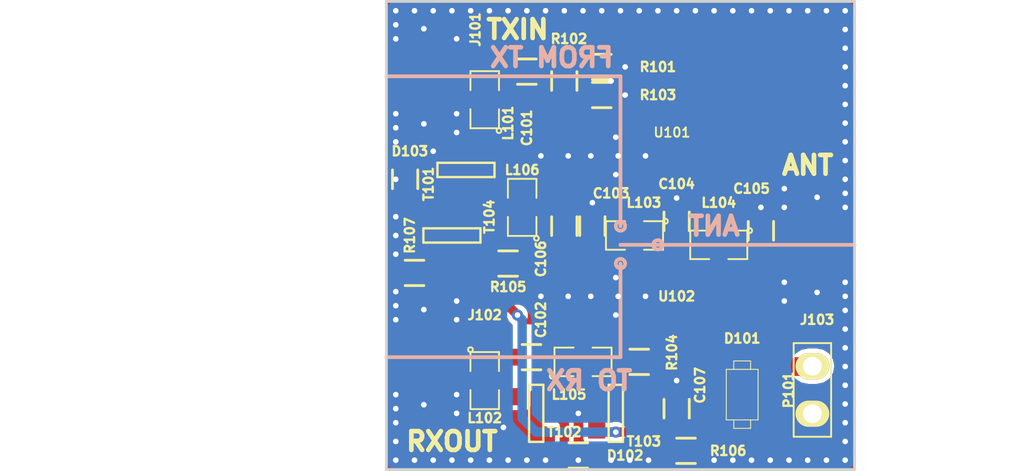
<source format=kicad_pcb>
(kicad_pcb (version 4) (host pcbnew 4.0.7)

  (general
    (links 65)
    (no_connects 0)
    (area 15.924999 16.924999 41.075001 42.075001)
    (thickness 1.6)
    (drawings 20)
    (tracks 456)
    (zones 0)
    (modules 33)
    (nets 23)
  )

  (page A4)
  (layers
    (0 F.Cu signal)
    (31 B.Cu signal)
    (32 B.Adhes user)
    (33 F.Adhes user)
    (34 B.Paste user)
    (35 F.Paste user)
    (36 B.SilkS user)
    (37 F.SilkS user)
    (38 B.Mask user)
    (39 F.Mask user)
    (40 Dwgs.User user)
    (41 Cmts.User user)
    (42 Eco1.User user)
    (43 Eco2.User user)
    (44 Edge.Cuts user)
    (45 Margin user)
    (46 B.CrtYd user)
    (47 F.CrtYd user)
    (48 B.Fab user)
    (49 F.Fab user)
  )

  (setup
    (last_trace_width 0.5)
    (user_trace_width 0.4)
    (user_trace_width 0.5)
    (user_trace_width 1)
    (trace_clearance 0.2)
    (zone_clearance 0.25)
    (zone_45_only no)
    (trace_min 0.2)
    (segment_width 0.2)
    (edge_width 0.15)
    (via_size 0.6)
    (via_drill 0.3)
    (via_min_size 0.4)
    (via_min_drill 0.3)
    (user_via 0.5 0.3)
    (uvia_size 0.3)
    (uvia_drill 0.1)
    (uvias_allowed no)
    (uvia_min_size 0.2)
    (uvia_min_drill 0.1)
    (pcb_text_width 0.3)
    (pcb_text_size 1.5 1.5)
    (mod_edge_width 0.15)
    (mod_text_size 1 1)
    (mod_text_width 0.15)
    (pad_size 1.524 1.524)
    (pad_drill 0.762)
    (pad_to_mask_clearance 0.2)
    (aux_axis_origin 0 0)
    (grid_origin 40.5 36.5)
    (visible_elements FFFFFF7F)
    (pcbplotparams
      (layerselection 0x00030_80000001)
      (usegerberextensions false)
      (excludeedgelayer true)
      (linewidth 0.100000)
      (plotframeref false)
      (viasonmask false)
      (mode 1)
      (useauxorigin false)
      (hpglpennumber 1)
      (hpglpenspeed 20)
      (hpglpendiameter 15)
      (hpglpenoverlay 2)
      (psnegative false)
      (psa4output false)
      (plotreference true)
      (plotvalue true)
      (plotinvisibletext false)
      (padsonsilk false)
      (subtractmaskfromsilk false)
      (outputformat 1)
      (mirror false)
      (drillshape 1)
      (scaleselection 1)
      (outputdirectory ""))
  )

  (net 0 "")
  (net 1 "Net-(C101-Pad1)")
  (net 2 "Net-(C101-Pad2)")
  (net 3 "Net-(C102-Pad2)")
  (net 4 GND)
  (net 5 "Net-(C103-Pad2)")
  (net 6 "Net-(C104-Pad2)")
  (net 7 "Net-(C105-Pad2)")
  (net 8 "Net-(R102-Pad2)")
  (net 9 "Net-(C102-Pad1)")
  (net 10 "Net-(C106-Pad2)")
  (net 11 "Net-(L101-Pad1)")
  (net 12 "Net-(L102-Pad2)")
  (net 13 "Net-(L105-Pad2)")
  (net 14 "Net-(L106-Pad1)")
  (net 15 "Net-(R104-Pad2)")
  (net 16 "Net-(R105-Pad1)")
  (net 17 VDD)
  (net 18 "Net-(D101-PadA)")
  (net 19 "Net-(D102-Pad1)")
  (net 20 "Net-(D102-Pad2)")
  (net 21 "Net-(D103-Pad1)")
  (net 22 "Net-(D103-Pad2)")

  (net_class Default "This is the default net class."
    (clearance 0.2)
    (trace_width 0.25)
    (via_dia 0.6)
    (via_drill 0.3)
    (uvia_dia 0.3)
    (uvia_drill 0.1)
    (add_net GND)
    (add_net "Net-(C101-Pad1)")
    (add_net "Net-(C101-Pad2)")
    (add_net "Net-(C102-Pad1)")
    (add_net "Net-(C102-Pad2)")
    (add_net "Net-(C103-Pad2)")
    (add_net "Net-(C104-Pad2)")
    (add_net "Net-(C105-Pad2)")
    (add_net "Net-(C106-Pad2)")
    (add_net "Net-(D101-PadA)")
    (add_net "Net-(D102-Pad1)")
    (add_net "Net-(D102-Pad2)")
    (add_net "Net-(D103-Pad1)")
    (add_net "Net-(D103-Pad2)")
    (add_net "Net-(L101-Pad1)")
    (add_net "Net-(L102-Pad2)")
    (add_net "Net-(L105-Pad2)")
    (add_net "Net-(L106-Pad1)")
    (add_net "Net-(R102-Pad2)")
    (add_net "Net-(R104-Pad2)")
    (add_net "Net-(R105-Pad1)")
    (add_net VDD)
  )

  (module txrxdep:0603_m1608 (layer F.Cu) (tedit 5A37FEDB) (tstamp 59C54592)
    (at 23.5 20.75 180)
    (descr "Resistor SMD 0603, reflow soldering, Vishay (see dcrcw.pdf)")
    (tags "resistor 0603")
    (path /59C53DB0)
    (attr smd)
    (fp_text reference C101 (at 0 -3 270) (layer F.SilkS)
      (effects (font (size 0.5 0.5) (thickness 0.125)))
    )
    (fp_text value 100p (at 0 1.9 180) (layer F.SilkS) hide
      (effects (font (size 1 1) (thickness 0.15)))
    )
    (fp_line (start 0.5 0.675) (end -0.5 0.675) (layer F.SilkS) (width 0.15))
    (fp_line (start -0.5 -0.675) (end 0.5 -0.675) (layer F.SilkS) (width 0.15))
    (pad 1 smd rect (at -0.75 0 180) (size 0.5 0.9) (layers F.Cu F.Paste F.Mask)
      (net 1 "Net-(C101-Pad1)"))
    (pad 2 smd rect (at 0.75 0 180) (size 0.5 0.9) (layers F.Cu F.Paste F.Mask)
      (net 2 "Net-(C101-Pad2)"))
    (model Resistors_SMD/R_0603.wrl
      (at (xyz 0 0 0))
      (scale (xyz 1 1 1))
      (rotate (xyz 0 0 0))
    )
  )

  (module txrxdep:0603_m1608 (layer F.Cu) (tedit 5A37FEBF) (tstamp 59C5459A)
    (at 23.75 36 180)
    (descr "Resistor SMD 0603, reflow soldering, Vishay (see dcrcw.pdf)")
    (tags "resistor 0603")
    (path /59C53DEA)
    (attr smd)
    (fp_text reference C102 (at -0.5 2 270) (layer F.SilkS)
      (effects (font (size 0.5 0.5) (thickness 0.125)))
    )
    (fp_text value 100p (at 0 1.9 180) (layer F.SilkS) hide
      (effects (font (size 1 1) (thickness 0.15)))
    )
    (fp_line (start 0.5 0.675) (end -0.5 0.675) (layer F.SilkS) (width 0.15))
    (fp_line (start -0.5 -0.675) (end 0.5 -0.675) (layer F.SilkS) (width 0.15))
    (pad 1 smd rect (at -0.75 0 180) (size 0.5 0.9) (layers F.Cu F.Paste F.Mask)
      (net 9 "Net-(C102-Pad1)"))
    (pad 2 smd rect (at 0.75 0 180) (size 0.5 0.9) (layers F.Cu F.Paste F.Mask)
      (net 3 "Net-(C102-Pad2)"))
    (model Resistors_SMD/R_0603.wrl
      (at (xyz 0 0 0))
      (scale (xyz 1 1 1))
      (rotate (xyz 0 0 0))
    )
  )

  (module txrxdep:0603_m1608 (layer F.Cu) (tedit 5A381DB0) (tstamp 59C545A2)
    (at 27 29 270)
    (descr "Resistor SMD 0603, reflow soldering, Vishay (see dcrcw.pdf)")
    (tags "resistor 0603")
    (path /59C54175)
    (attr smd)
    (fp_text reference C103 (at -1.75 -1 360) (layer F.SilkS)
      (effects (font (size 0.5 0.5) (thickness 0.125)))
    )
    (fp_text value 100p (at 0 1.9 270) (layer F.SilkS) hide
      (effects (font (size 1 1) (thickness 0.15)))
    )
    (fp_line (start 0.5 0.675) (end -0.5 0.675) (layer F.SilkS) (width 0.15))
    (fp_line (start -0.5 -0.675) (end 0.5 -0.675) (layer F.SilkS) (width 0.15))
    (pad 1 smd rect (at -0.75 0 270) (size 0.5 0.9) (layers F.Cu F.Paste F.Mask)
      (net 4 GND))
    (pad 2 smd rect (at 0.75 0 270) (size 0.5 0.9) (layers F.Cu F.Paste F.Mask)
      (net 5 "Net-(C103-Pad2)"))
    (model Resistors_SMD/R_0603.wrl
      (at (xyz 0 0 0))
      (scale (xyz 1 1 1))
      (rotate (xyz 0 0 0))
    )
  )

  (module txrxdep:0603_m1608 (layer F.Cu) (tedit 5A381DC1) (tstamp 59C545AA)
    (at 31.5 28.75 270)
    (descr "Resistor SMD 0603, reflow soldering, Vishay (see dcrcw.pdf)")
    (tags "resistor 0603")
    (path /59C54777)
    (attr smd)
    (fp_text reference C104 (at -2 0 360) (layer F.SilkS)
      (effects (font (size 0.5 0.5) (thickness 0.125)))
    )
    (fp_text value 100p (at 0 1.9 270) (layer F.SilkS) hide
      (effects (font (size 1 1) (thickness 0.15)))
    )
    (fp_line (start 0.5 0.675) (end -0.5 0.675) (layer F.SilkS) (width 0.15))
    (fp_line (start -0.5 -0.675) (end 0.5 -0.675) (layer F.SilkS) (width 0.15))
    (pad 1 smd rect (at -0.75 0 270) (size 0.5 0.9) (layers F.Cu F.Paste F.Mask)
      (net 4 GND))
    (pad 2 smd rect (at 0.75 0 270) (size 0.5 0.9) (layers F.Cu F.Paste F.Mask)
      (net 6 "Net-(C104-Pad2)"))
    (model Resistors_SMD/R_0603.wrl
      (at (xyz 0 0 0))
      (scale (xyz 1 1 1))
      (rotate (xyz 0 0 0))
    )
  )

  (module txrxdep:0603_m1608 (layer F.Cu) (tedit 5A343259) (tstamp 59C545B2)
    (at 36 29.25 270)
    (descr "Resistor SMD 0603, reflow soldering, Vishay (see dcrcw.pdf)")
    (tags "resistor 0603")
    (path /59C547C1)
    (attr smd)
    (fp_text reference C105 (at -2.25 0.5 360) (layer F.SilkS)
      (effects (font (size 0.5 0.5) (thickness 0.125)))
    )
    (fp_text value 100p (at 0 1.9 270) (layer F.SilkS) hide
      (effects (font (size 1 1) (thickness 0.15)))
    )
    (fp_line (start 0.5 0.675) (end -0.5 0.675) (layer F.SilkS) (width 0.15))
    (fp_line (start -0.5 -0.675) (end 0.5 -0.675) (layer F.SilkS) (width 0.15))
    (pad 1 smd rect (at -0.75 0 270) (size 0.5 0.9) (layers F.Cu F.Paste F.Mask)
      (net 4 GND))
    (pad 2 smd rect (at 0.75 0 270) (size 0.5 0.9) (layers F.Cu F.Paste F.Mask)
      (net 7 "Net-(C105-Pad2)"))
    (model Resistors_SMD/R_0603.wrl
      (at (xyz 0 0 0))
      (scale (xyz 1 1 1))
      (rotate (xyz 0 0 0))
    )
  )

  (module txrxdep:SMA_EDGE_NRW (layer F.Cu) (tedit 5A342DF0) (tstamp 59C545D8)
    (at 18 21 180)
    (path /59C53A9D)
    (fp_text reference J101 (at -2.75 2.5 270) (layer F.SilkS)
      (effects (font (size 0.5 0.5) (thickness 0.125)))
    )
    (fp_text value SMA (at 1 -6.5 180) (layer F.Fab) hide
      (effects (font (size 1 1) (thickness 0.15)))
    )
    (fp_line (start 6.5 -2.5) (end 6 2.5) (layer Dwgs.User) (width 0.15))
    (fp_line (start 7.5 -2.5) (end 7 2.5) (layer Dwgs.User) (width 0.15))
    (fp_line (start 8.5 -2.5) (end 8 2.5) (layer Dwgs.User) (width 0.15))
    (fp_line (start 9.5 -2.5) (end 9 2.5) (layer Dwgs.User) (width 0.15))
    (fp_line (start 10.5 -2.5) (end 10 2.5) (layer Dwgs.User) (width 0.15))
    (fp_line (start 6 2.5) (end 10.5 2.5) (layer Dwgs.User) (width 0.15))
    (fp_line (start 6 -2.5) (end 10.5 -2.5) (layer Dwgs.User) (width 0.15))
    (fp_line (start 6 3) (end 10.5 3) (layer Dwgs.User) (width 0.15))
    (fp_line (start 6 3) (end 6 2.5) (layer Dwgs.User) (width 0.15))
    (fp_line (start 7 2.5) (end 4 2.5) (layer Dwgs.User) (width 0.15))
    (fp_line (start 10.5 -3) (end 6 -3) (layer Dwgs.User) (width 0.15))
    (fp_line (start 7 -2.5) (end 4 -2.5) (layer Dwgs.User) (width 0.15))
    (fp_line (start 6 -3) (end 6 -2.5) (layer Dwgs.User) (width 0.15))
    (fp_line (start 11 -2.5) (end 11 2.5) (layer Dwgs.User) (width 0.15))
    (fp_line (start 11 2.5) (end 10.5 2.5) (layer Dwgs.User) (width 0.15))
    (fp_line (start 10.5 2.5) (end 10.5 3) (layer Dwgs.User) (width 0.15))
    (fp_line (start 11 -2.5) (end 10.5 -2.5) (layer Dwgs.User) (width 0.15))
    (fp_line (start 10.5 -2.5) (end 10.5 -3) (layer Dwgs.User) (width 0.15))
    (fp_line (start 3 -0.5) (end -1 -0.5) (layer Dwgs.User) (width 0.15))
    (fp_line (start -1 -0.5) (end -1 0.5) (layer Dwgs.User) (width 0.15))
    (fp_line (start -1 0.5) (end 3 0.5) (layer Dwgs.User) (width 0.15))
    (fp_line (start -1 -3) (end -1 -2) (layer Dwgs.User) (width 0.15))
    (fp_line (start -1 -2) (end 3 -2) (layer Dwgs.User) (width 0.15))
    (fp_line (start 3 -2) (end 3 2) (layer Dwgs.User) (width 0.15))
    (fp_line (start 3 2) (end -1 2) (layer Dwgs.User) (width 0.15))
    (fp_line (start -1 2) (end -1 3) (layer Dwgs.User) (width 0.15))
    (fp_line (start -1 3) (end 4 3) (layer Dwgs.User) (width 0.15))
    (fp_line (start 4 3) (end 4 -3) (layer Dwgs.User) (width 0.15))
    (fp_line (start -1 -3) (end 4 -3) (layer Dwgs.User) (width 0.15))
    (pad 1 smd rect (at 0 0 180) (size 4 1.4) (layers F.Cu F.Paste F.Mask)
      (net 2 "Net-(C101-Pad2)"))
    (pad 2 smd rect (at 0 -2.54 180) (size 4 1.5) (layers F.Cu F.Paste F.Mask)
      (net 4 GND))
    (pad 2 smd rect (at 0 2.54 180) (size 4 1.5) (layers F.Cu F.Paste F.Mask)
      (net 4 GND))
    (pad 2 smd rect (at 0 -2.54 180) (size 4 1.5) (layers B.Cu B.Paste B.Mask)
      (net 4 GND))
    (pad 2 smd rect (at 0 2.54 180) (size 4 1.5) (layers B.Cu B.Paste B.Mask)
      (net 4 GND))
  )

  (module txrxdep:SMA_EDGE_NRW (layer F.Cu) (tedit 5A37FEFA) (tstamp 59C545FE)
    (at 18 36 180)
    (path /59C5495A)
    (fp_text reference J102 (at -3.25 2.25 360) (layer F.SilkS)
      (effects (font (size 0.5 0.5) (thickness 0.125)))
    )
    (fp_text value SMA (at 1 -6.5 180) (layer F.Fab) hide
      (effects (font (size 1 1) (thickness 0.15)))
    )
    (fp_line (start 6.5 -2.5) (end 6 2.5) (layer Dwgs.User) (width 0.15))
    (fp_line (start 7.5 -2.5) (end 7 2.5) (layer Dwgs.User) (width 0.15))
    (fp_line (start 8.5 -2.5) (end 8 2.5) (layer Dwgs.User) (width 0.15))
    (fp_line (start 9.5 -2.5) (end 9 2.5) (layer Dwgs.User) (width 0.15))
    (fp_line (start 10.5 -2.5) (end 10 2.5) (layer Dwgs.User) (width 0.15))
    (fp_line (start 6 2.5) (end 10.5 2.5) (layer Dwgs.User) (width 0.15))
    (fp_line (start 6 -2.5) (end 10.5 -2.5) (layer Dwgs.User) (width 0.15))
    (fp_line (start 6 3) (end 10.5 3) (layer Dwgs.User) (width 0.15))
    (fp_line (start 6 3) (end 6 2.5) (layer Dwgs.User) (width 0.15))
    (fp_line (start 7 2.5) (end 4 2.5) (layer Dwgs.User) (width 0.15))
    (fp_line (start 10.5 -3) (end 6 -3) (layer Dwgs.User) (width 0.15))
    (fp_line (start 7 -2.5) (end 4 -2.5) (layer Dwgs.User) (width 0.15))
    (fp_line (start 6 -3) (end 6 -2.5) (layer Dwgs.User) (width 0.15))
    (fp_line (start 11 -2.5) (end 11 2.5) (layer Dwgs.User) (width 0.15))
    (fp_line (start 11 2.5) (end 10.5 2.5) (layer Dwgs.User) (width 0.15))
    (fp_line (start 10.5 2.5) (end 10.5 3) (layer Dwgs.User) (width 0.15))
    (fp_line (start 11 -2.5) (end 10.5 -2.5) (layer Dwgs.User) (width 0.15))
    (fp_line (start 10.5 -2.5) (end 10.5 -3) (layer Dwgs.User) (width 0.15))
    (fp_line (start 3 -0.5) (end -1 -0.5) (layer Dwgs.User) (width 0.15))
    (fp_line (start -1 -0.5) (end -1 0.5) (layer Dwgs.User) (width 0.15))
    (fp_line (start -1 0.5) (end 3 0.5) (layer Dwgs.User) (width 0.15))
    (fp_line (start -1 -3) (end -1 -2) (layer Dwgs.User) (width 0.15))
    (fp_line (start -1 -2) (end 3 -2) (layer Dwgs.User) (width 0.15))
    (fp_line (start 3 -2) (end 3 2) (layer Dwgs.User) (width 0.15))
    (fp_line (start 3 2) (end -1 2) (layer Dwgs.User) (width 0.15))
    (fp_line (start -1 2) (end -1 3) (layer Dwgs.User) (width 0.15))
    (fp_line (start -1 3) (end 4 3) (layer Dwgs.User) (width 0.15))
    (fp_line (start 4 3) (end 4 -3) (layer Dwgs.User) (width 0.15))
    (fp_line (start -1 -3) (end 4 -3) (layer Dwgs.User) (width 0.15))
    (pad 1 smd rect (at 0 0 180) (size 4 1.4) (layers F.Cu F.Paste F.Mask)
      (net 3 "Net-(C102-Pad2)"))
    (pad 2 smd rect (at 0 -2.54 180) (size 4 1.5) (layers F.Cu F.Paste F.Mask)
      (net 4 GND))
    (pad 2 smd rect (at 0 2.54 180) (size 4 1.5) (layers F.Cu F.Paste F.Mask)
      (net 4 GND))
    (pad 2 smd rect (at 0 -2.54 180) (size 4 1.5) (layers B.Cu B.Paste B.Mask)
      (net 4 GND))
    (pad 2 smd rect (at 0 2.54 180) (size 4 1.5) (layers B.Cu B.Paste B.Mask)
      (net 4 GND))
  )

  (module txrxdep:SMA_EDGE_NRW (layer F.Cu) (tedit 5A382093) (tstamp 59C54624)
    (at 39 30)
    (path /59C54A32)
    (fp_text reference J103 (at 0 4) (layer F.SilkS)
      (effects (font (size 0.5 0.5) (thickness 0.125)))
    )
    (fp_text value SMA (at 1 -6.5) (layer F.Fab) hide
      (effects (font (size 1 1) (thickness 0.15)))
    )
    (fp_line (start 6.5 -2.5) (end 6 2.5) (layer Dwgs.User) (width 0.15))
    (fp_line (start 7.5 -2.5) (end 7 2.5) (layer Dwgs.User) (width 0.15))
    (fp_line (start 8.5 -2.5) (end 8 2.5) (layer Dwgs.User) (width 0.15))
    (fp_line (start 9.5 -2.5) (end 9 2.5) (layer Dwgs.User) (width 0.15))
    (fp_line (start 10.5 -2.5) (end 10 2.5) (layer Dwgs.User) (width 0.15))
    (fp_line (start 6 2.5) (end 10.5 2.5) (layer Dwgs.User) (width 0.15))
    (fp_line (start 6 -2.5) (end 10.5 -2.5) (layer Dwgs.User) (width 0.15))
    (fp_line (start 6 3) (end 10.5 3) (layer Dwgs.User) (width 0.15))
    (fp_line (start 6 3) (end 6 2.5) (layer Dwgs.User) (width 0.15))
    (fp_line (start 7 2.5) (end 4 2.5) (layer Dwgs.User) (width 0.15))
    (fp_line (start 10.5 -3) (end 6 -3) (layer Dwgs.User) (width 0.15))
    (fp_line (start 7 -2.5) (end 4 -2.5) (layer Dwgs.User) (width 0.15))
    (fp_line (start 6 -3) (end 6 -2.5) (layer Dwgs.User) (width 0.15))
    (fp_line (start 11 -2.5) (end 11 2.5) (layer Dwgs.User) (width 0.15))
    (fp_line (start 11 2.5) (end 10.5 2.5) (layer Dwgs.User) (width 0.15))
    (fp_line (start 10.5 2.5) (end 10.5 3) (layer Dwgs.User) (width 0.15))
    (fp_line (start 11 -2.5) (end 10.5 -2.5) (layer Dwgs.User) (width 0.15))
    (fp_line (start 10.5 -2.5) (end 10.5 -3) (layer Dwgs.User) (width 0.15))
    (fp_line (start 3 -0.5) (end -1 -0.5) (layer Dwgs.User) (width 0.15))
    (fp_line (start -1 -0.5) (end -1 0.5) (layer Dwgs.User) (width 0.15))
    (fp_line (start -1 0.5) (end 3 0.5) (layer Dwgs.User) (width 0.15))
    (fp_line (start -1 -3) (end -1 -2) (layer Dwgs.User) (width 0.15))
    (fp_line (start -1 -2) (end 3 -2) (layer Dwgs.User) (width 0.15))
    (fp_line (start 3 -2) (end 3 2) (layer Dwgs.User) (width 0.15))
    (fp_line (start 3 2) (end -1 2) (layer Dwgs.User) (width 0.15))
    (fp_line (start -1 2) (end -1 3) (layer Dwgs.User) (width 0.15))
    (fp_line (start -1 3) (end 4 3) (layer Dwgs.User) (width 0.15))
    (fp_line (start 4 3) (end 4 -3) (layer Dwgs.User) (width 0.15))
    (fp_line (start -1 -3) (end 4 -3) (layer Dwgs.User) (width 0.15))
    (pad 1 smd rect (at 0 0) (size 4 1.4) (layers F.Cu F.Paste F.Mask)
      (net 7 "Net-(C105-Pad2)"))
    (pad 2 smd rect (at 0 -2.54) (size 4 1.5) (layers F.Cu F.Paste F.Mask)
      (net 4 GND))
    (pad 2 smd rect (at 0 2.54) (size 4 1.5) (layers F.Cu F.Paste F.Mask)
      (net 4 GND))
    (pad 2 smd rect (at 0 -2.54) (size 4 1.5) (layers B.Cu B.Paste B.Mask)
      (net 4 GND))
    (pad 2 smd rect (at 0 2.54) (size 4 1.5) (layers B.Cu B.Paste B.Mask)
      (net 4 GND))
  )

  (module txrxdep:0805_m2012 (layer F.Cu) (tedit 5A381DB4) (tstamp 59C5466F)
    (at 29.25 29.5 180)
    (path /59C54132)
    (attr smd)
    (fp_text reference L103 (at -0.5 1.75 180) (layer F.SilkS)
      (effects (font (size 0.5 0.5) (thickness 0.125)))
    )
    (fp_text value LSMALL (at 0 0.381 180) (layer F.SilkS) hide
      (effects (font (size 0.50038 0.50038) (thickness 0.10922)))
    )
    (fp_circle (center -1.651 0.762) (end -1.651 0.635) (layer F.SilkS) (width 0.09906))
    (fp_line (start -0.508 0.762) (end -1.524 0.762) (layer F.SilkS) (width 0.09906))
    (fp_line (start -1.524 0.762) (end -1.524 -0.762) (layer F.SilkS) (width 0.09906))
    (fp_line (start -1.524 -0.762) (end -0.508 -0.762) (layer F.SilkS) (width 0.09906))
    (fp_line (start 0.508 -0.762) (end 1.524 -0.762) (layer F.SilkS) (width 0.09906))
    (fp_line (start 1.524 -0.762) (end 1.524 0.762) (layer F.SilkS) (width 0.09906))
    (fp_line (start 1.524 0.762) (end 0.508 0.762) (layer F.SilkS) (width 0.09906))
    (pad 1 smd rect (at -0.9525 0 180) (size 0.889 1.397) (layers F.Cu F.Paste F.Mask)
      (net 6 "Net-(C104-Pad2)"))
    (pad 2 smd rect (at 0.9525 0 180) (size 0.889 1.397) (layers F.Cu F.Paste F.Mask)
      (net 5 "Net-(C103-Pad2)"))
    (model smd/chip_cms.wrl
      (at (xyz 0 0 0))
      (scale (xyz 0.1 0.1 0.1))
      (rotate (xyz 0 0 0))
    )
  )

  (module txrxdep:0805_m2012 (layer F.Cu) (tedit 5A381DBE) (tstamp 59C5467C)
    (at 33.75 30 180)
    (path /59C54855)
    (attr smd)
    (fp_text reference L104 (at 0 2.25 180) (layer F.SilkS)
      (effects (font (size 0.5 0.5) (thickness 0.125)))
    )
    (fp_text value LSMALL (at 0 0.381 180) (layer F.SilkS) hide
      (effects (font (size 0.50038 0.50038) (thickness 0.10922)))
    )
    (fp_circle (center -1.651 0.762) (end -1.651 0.635) (layer F.SilkS) (width 0.09906))
    (fp_line (start -0.508 0.762) (end -1.524 0.762) (layer F.SilkS) (width 0.09906))
    (fp_line (start -1.524 0.762) (end -1.524 -0.762) (layer F.SilkS) (width 0.09906))
    (fp_line (start -1.524 -0.762) (end -0.508 -0.762) (layer F.SilkS) (width 0.09906))
    (fp_line (start 0.508 -0.762) (end 1.524 -0.762) (layer F.SilkS) (width 0.09906))
    (fp_line (start 1.524 -0.762) (end 1.524 0.762) (layer F.SilkS) (width 0.09906))
    (fp_line (start 1.524 0.762) (end 0.508 0.762) (layer F.SilkS) (width 0.09906))
    (pad 1 smd rect (at -0.9525 0 180) (size 0.889 1.397) (layers F.Cu F.Paste F.Mask)
      (net 7 "Net-(C105-Pad2)"))
    (pad 2 smd rect (at 0.9525 0 180) (size 0.889 1.397) (layers F.Cu F.Paste F.Mask)
      (net 6 "Net-(C104-Pad2)"))
    (model smd/chip_cms.wrl
      (at (xyz 0 0 0))
      (scale (xyz 0.1 0.1 0.1))
      (rotate (xyz 0 0 0))
    )
  )

  (module txrxdep:0603_m1608 (layer F.Cu) (tedit 5A343261) (tstamp 59C54684)
    (at 27.5 20.5)
    (descr "Resistor SMD 0603, reflow soldering, Vishay (see dcrcw.pdf)")
    (tags "resistor 0603")
    (path /59C54329)
    (attr smd)
    (fp_text reference R101 (at 3 0) (layer F.SilkS)
      (effects (font (size 0.5 0.5) (thickness 0.125)))
    )
    (fp_text value RSMALL (at 0 1.9) (layer F.SilkS) hide
      (effects (font (size 1 1) (thickness 0.15)))
    )
    (fp_line (start 0.5 0.675) (end -0.5 0.675) (layer F.SilkS) (width 0.15))
    (fp_line (start -0.5 -0.675) (end 0.5 -0.675) (layer F.SilkS) (width 0.15))
    (pad 1 smd rect (at -0.75 0) (size 0.5 0.9) (layers F.Cu F.Paste F.Mask)
      (net 1 "Net-(C101-Pad1)"))
    (pad 2 smd rect (at 0.75 0) (size 0.5 0.9) (layers F.Cu F.Paste F.Mask)
      (net 4 GND))
    (model Resistors_SMD/R_0603.wrl
      (at (xyz 0 0 0))
      (scale (xyz 1 1 1))
      (rotate (xyz 0 0 0))
    )
  )

  (module txrxdep:0603_m1608 (layer F.Cu) (tedit 5A37FEDF) (tstamp 59C5468C)
    (at 25.5 21.25 270)
    (descr "Resistor SMD 0603, reflow soldering, Vishay (see dcrcw.pdf)")
    (tags "resistor 0603")
    (path /59C542CF)
    (attr smd)
    (fp_text reference R102 (at -2.25 -0.25 360) (layer F.SilkS)
      (effects (font (size 0.5 0.5) (thickness 0.125)))
    )
    (fp_text value RSMALL (at 0 1.9 270) (layer F.SilkS) hide
      (effects (font (size 1 1) (thickness 0.15)))
    )
    (fp_line (start 0.5 0.675) (end -0.5 0.675) (layer F.SilkS) (width 0.15))
    (fp_line (start -0.5 -0.675) (end 0.5 -0.675) (layer F.SilkS) (width 0.15))
    (pad 1 smd rect (at -0.75 0 270) (size 0.5 0.9) (layers F.Cu F.Paste F.Mask)
      (net 1 "Net-(C101-Pad1)"))
    (pad 2 smd rect (at 0.75 0 270) (size 0.5 0.9) (layers F.Cu F.Paste F.Mask)
      (net 8 "Net-(R102-Pad2)"))
    (model Resistors_SMD/R_0603.wrl
      (at (xyz 0 0 0))
      (scale (xyz 1 1 1))
      (rotate (xyz 0 0 0))
    )
  )

  (module txrxdep:0603_m1608 (layer F.Cu) (tedit 5A34325E) (tstamp 59C54694)
    (at 27.5 22)
    (descr "Resistor SMD 0603, reflow soldering, Vishay (see dcrcw.pdf)")
    (tags "resistor 0603")
    (path /59C54377)
    (attr smd)
    (fp_text reference R103 (at 3 0) (layer F.SilkS)
      (effects (font (size 0.5 0.5) (thickness 0.125)))
    )
    (fp_text value RSMALL (at 0 1.9) (layer F.SilkS) hide
      (effects (font (size 1 1) (thickness 0.15)))
    )
    (fp_line (start 0.5 0.675) (end -0.5 0.675) (layer F.SilkS) (width 0.15))
    (fp_line (start -0.5 -0.675) (end 0.5 -0.675) (layer F.SilkS) (width 0.15))
    (pad 1 smd rect (at -0.75 0) (size 0.5 0.9) (layers F.Cu F.Paste F.Mask)
      (net 8 "Net-(R102-Pad2)"))
    (pad 2 smd rect (at 0.75 0) (size 0.5 0.9) (layers F.Cu F.Paste F.Mask)
      (net 4 GND))
    (model Resistors_SMD/R_0603.wrl
      (at (xyz 0 0 0))
      (scale (xyz 1 1 1))
      (rotate (xyz 0 0 0))
    )
  )

  (module txrxdep:SOT89 (layer F.Cu) (tedit 59C56B6B) (tstamp 59C541A2)
    (at 25.5 25.25 270)
    (path /59C54D2F)
    (fp_text reference U101 (at -1.25 -5.75 360) (layer F.SilkS)
      (effects (font (size 0.5 0.5) (thickness 0.1)))
    )
    (fp_text value MMIC_SMALL (at 0 -6 270) (layer F.SilkS) hide
      (effects (font (size 0.5 0.5) (thickness 0.1)))
    )
    (pad 2 smd rect (at 0 -0.20955 270) (size 0.9144 1.9177) (layers F.Cu F.Paste F.Mask)
      (net 4 GND))
    (pad 3 smd rect (at 1.4986 0 270) (size 0.7112 1.4986) (layers F.Cu F.Paste F.Mask)
      (net 10 "Net-(C106-Pad2)"))
    (pad 1 smd rect (at -1.4986 0 270) (size 0.7112 1.4986) (layers F.Cu F.Paste F.Mask)
      (net 8 "Net-(R102-Pad2)"))
    (pad 2 smd trapezoid (at 0 -1.41605 270) (size 1.4097 0.4953) (rect_delta 0 -0.4953 ) (layers F.Cu F.Paste F.Mask)
      (net 4 GND))
    (pad 2 smd rect (at 0 -2.87655 270) (size 1.905 2.4257) (layers F.Cu F.Paste F.Mask)
      (net 4 GND))
    (pad 2 smd trapezoid (at 0 -4.33705 270) (size 1.4097 0.4953) (rect_delta 0 0.4953 ) (layers F.Cu F.Paste F.Mask)
      (net 4 GND))
  )

  (module txrxdep:SOT89 (layer F.Cu) (tedit 5A342D75) (tstamp 59C541AC)
    (at 25.5 32.75 270)
    (path /59C54DB0)
    (fp_text reference U102 (at 0 -6 360) (layer F.SilkS)
      (effects (font (size 0.5 0.5) (thickness 0.125)))
    )
    (fp_text value PGA-103+ (at 0 -6 270) (layer F.SilkS) hide
      (effects (font (size 0.5 0.5) (thickness 0.1)))
    )
    (pad 2 smd rect (at 0 -0.20955 270) (size 0.9144 1.9177) (layers F.Cu F.Paste F.Mask)
      (net 4 GND))
    (pad 3 smd rect (at 1.4986 0 270) (size 0.7112 1.4986) (layers F.Cu F.Paste F.Mask)
      (net 9 "Net-(C102-Pad1)"))
    (pad 1 smd rect (at -1.4986 0 270) (size 0.7112 1.4986) (layers F.Cu F.Paste F.Mask)
      (net 5 "Net-(C103-Pad2)"))
    (pad 2 smd trapezoid (at 0 -1.41605 270) (size 1.4097 0.4953) (rect_delta 0 -0.4953 ) (layers F.Cu F.Paste F.Mask)
      (net 4 GND))
    (pad 2 smd rect (at 0 -2.87655 270) (size 1.905 2.4257) (layers F.Cu F.Paste F.Mask)
      (net 4 GND))
    (pad 2 smd trapezoid (at 0 -4.33705 270) (size 1.4097 0.4953) (rect_delta 0 0.4953 ) (layers F.Cu F.Paste F.Mask)
      (net 4 GND))
  )

  (module txrxdep:0603_m1608 (layer F.Cu) (tedit 5A340FB1) (tstamp 59C566BC)
    (at 25.5 29 90)
    (descr "Resistor SMD 0603, reflow soldering, Vishay (see dcrcw.pdf)")
    (tags "resistor 0603")
    (path /59C56602)
    (attr smd)
    (fp_text reference C106 (at -1.75 -1.25 270) (layer F.SilkS)
      (effects (font (size 0.5 0.5) (thickness 0.125)))
    )
    (fp_text value 100p (at 0 1.9 90) (layer F.SilkS) hide
      (effects (font (size 1 1) (thickness 0.15)))
    )
    (fp_line (start 0.5 0.675) (end -0.5 0.675) (layer F.SilkS) (width 0.15))
    (fp_line (start -0.5 -0.675) (end 0.5 -0.675) (layer F.SilkS) (width 0.15))
    (pad 1 smd rect (at -0.75 0 90) (size 0.5 0.9) (layers F.Cu F.Paste F.Mask)
      (net 5 "Net-(C103-Pad2)"))
    (pad 2 smd rect (at 0.75 0 90) (size 0.5 0.9) (layers F.Cu F.Paste F.Mask)
      (net 10 "Net-(C106-Pad2)"))
    (model Resistors_SMD/R_0603.wrl
      (at (xyz 0 0 0))
      (scale (xyz 1 1 1))
      (rotate (xyz 0 0 0))
    )
  )

  (module txrxdep:0603_m1608 (layer F.Cu) (tedit 5A381D16) (tstamp 59C566DC)
    (at 29.5 36.25)
    (descr "Resistor SMD 0603, reflow soldering, Vishay (see dcrcw.pdf)")
    (tags "resistor 0603")
    (path /59C56928)
    (attr smd)
    (fp_text reference R104 (at 1.75 -0.5 90) (layer F.SilkS)
      (effects (font (size 0.5 0.5) (thickness 0.125)))
    )
    (fp_text value RSMALL (at 0 1.9) (layer F.SilkS) hide
      (effects (font (size 1 1) (thickness 0.15)))
    )
    (fp_line (start 0.5 0.675) (end -0.5 0.675) (layer F.SilkS) (width 0.15))
    (fp_line (start -0.5 -0.675) (end 0.5 -0.675) (layer F.SilkS) (width 0.15))
    (pad 1 smd rect (at -0.75 0) (size 0.5 0.9) (layers F.Cu F.Paste F.Mask)
      (net 13 "Net-(L105-Pad2)"))
    (pad 2 smd rect (at 0.75 0) (size 0.5 0.9) (layers F.Cu F.Paste F.Mask)
      (net 15 "Net-(R104-Pad2)"))
    (model Resistors_SMD/R_0603.wrl
      (at (xyz 0 0 0))
      (scale (xyz 1 1 1))
      (rotate (xyz 0 0 0))
    )
  )

  (module txrxdep:0603_m1608 (layer F.Cu) (tedit 59C56B12) (tstamp 59C566E4)
    (at 22.5 31)
    (descr "Resistor SMD 0603, reflow soldering, Vishay (see dcrcw.pdf)")
    (tags "resistor 0603")
    (path /59C566F3)
    (attr smd)
    (fp_text reference R105 (at 0 1.25) (layer F.SilkS)
      (effects (font (size 0.5 0.5) (thickness 0.125)))
    )
    (fp_text value RSMALL (at 0 1.9) (layer F.SilkS) hide
      (effects (font (size 1 1) (thickness 0.15)))
    )
    (fp_line (start 0.5 0.675) (end -0.5 0.675) (layer F.SilkS) (width 0.15))
    (fp_line (start -0.5 -0.675) (end 0.5 -0.675) (layer F.SilkS) (width 0.15))
    (pad 1 smd rect (at -0.75 0) (size 0.5 0.9) (layers F.Cu F.Paste F.Mask)
      (net 16 "Net-(R105-Pad1)"))
    (pad 2 smd rect (at 0.75 0) (size 0.5 0.9) (layers F.Cu F.Paste F.Mask)
      (net 14 "Net-(L106-Pad1)"))
    (model Resistors_SMD/R_0603.wrl
      (at (xyz 0 0 0))
      (scale (xyz 1 1 1))
      (rotate (xyz 0 0 0))
    )
  )

  (module txrxdep:SOT23GDS (layer F.Cu) (tedit 59C56B5E) (tstamp 59C566EF)
    (at 20.25 26)
    (descr "Module CMS SOT23 Transistore EBC")
    (tags "CMS SOT")
    (path /59C56B98)
    (attr smd)
    (fp_text reference T101 (at -2 0.75 90) (layer F.SilkS)
      (effects (font (size 0.5 0.5) (thickness 0.125)))
    )
    (fp_text value MOSN_SMALL (at 0 0) (layer F.SilkS) hide
      (effects (font (size 0.762 0.762) (thickness 0.1905)))
    )
    (fp_line (start -1.524 -0.381) (end 1.524 -0.381) (layer F.SilkS) (width 0.127))
    (fp_line (start 1.524 -0.381) (end 1.524 0.381) (layer F.SilkS) (width 0.127))
    (fp_line (start 1.524 0.381) (end -1.524 0.381) (layer F.SilkS) (width 0.127))
    (fp_line (start -1.524 0.381) (end -1.524 -0.381) (layer F.SilkS) (width 0.127))
    (pad S smd rect (at -0.889 -1.016) (size 0.9144 0.9144) (layers F.Cu F.Paste F.Mask)
      (net 4 GND))
    (pad G smd rect (at 0.889 -1.016) (size 0.9144 0.9144) (layers F.Cu F.Paste F.Mask)
      (net 11 "Net-(L101-Pad1)"))
    (pad D smd rect (at 0 1.016) (size 0.9144 0.9144) (layers F.Cu F.Paste F.Mask)
      (net 22 "Net-(D103-Pad2)"))
    (model smd/cms_sot23.wrl
      (at (xyz 0 0 0))
      (scale (xyz 0.13 0.15 0.15))
      (rotate (xyz 0 0 0))
    )
  )

  (module txrxdep:SOT23GDS (layer F.Cu) (tedit 5A3803A1) (tstamp 59C566FA)
    (at 24 39 90)
    (descr "Module CMS SOT23 Transistore EBC")
    (tags "CMS SOT")
    (path /59C57381)
    (attr smd)
    (fp_text reference T102 (at -1 1.5 180) (layer F.SilkS)
      (effects (font (size 0.5 0.5) (thickness 0.125)))
    )
    (fp_text value MOSN_SMALL (at 0 0 90) (layer F.SilkS) hide
      (effects (font (size 0.762 0.762) (thickness 0.1905)))
    )
    (fp_line (start -1.524 -0.381) (end 1.524 -0.381) (layer F.SilkS) (width 0.127))
    (fp_line (start 1.524 -0.381) (end 1.524 0.381) (layer F.SilkS) (width 0.127))
    (fp_line (start 1.524 0.381) (end -1.524 0.381) (layer F.SilkS) (width 0.127))
    (fp_line (start -1.524 0.381) (end -1.524 -0.381) (layer F.SilkS) (width 0.127))
    (pad S smd rect (at -0.889 -1.016 90) (size 0.9144 0.9144) (layers F.Cu F.Paste F.Mask)
      (net 4 GND))
    (pad G smd rect (at 0.889 -1.016 90) (size 0.9144 0.9144) (layers F.Cu F.Paste F.Mask)
      (net 12 "Net-(L102-Pad2)"))
    (pad D smd rect (at 0 1.016 90) (size 0.9144 0.9144) (layers F.Cu F.Paste F.Mask)
      (net 20 "Net-(D102-Pad2)"))
    (model smd/cms_sot23.wrl
      (at (xyz 0 0 0))
      (scale (xyz 0.13 0.15 0.15))
      (rotate (xyz 0 0 0))
    )
  )

  (module txrxdep:SOT23GDS (layer F.Cu) (tedit 59C56E74) (tstamp 59C56705)
    (at 28.25 39 90)
    (descr "Module CMS SOT23 Transistore EBC")
    (tags "CMS SOT")
    (path /59C574C6)
    (attr smd)
    (fp_text reference T103 (at -1.5 1.5 180) (layer F.SilkS)
      (effects (font (size 0.5 0.5) (thickness 0.125)))
    )
    (fp_text value MOSP_SMALL (at 0 0 90) (layer F.SilkS) hide
      (effects (font (size 0.762 0.762) (thickness 0.1905)))
    )
    (fp_line (start -1.524 -0.381) (end 1.524 -0.381) (layer F.SilkS) (width 0.127))
    (fp_line (start 1.524 -0.381) (end 1.524 0.381) (layer F.SilkS) (width 0.127))
    (fp_line (start 1.524 0.381) (end -1.524 0.381) (layer F.SilkS) (width 0.127))
    (fp_line (start -1.524 0.381) (end -1.524 -0.381) (layer F.SilkS) (width 0.127))
    (pad S smd rect (at -0.889 -1.016 90) (size 0.9144 0.9144) (layers F.Cu F.Paste F.Mask)
      (net 17 VDD))
    (pad G smd rect (at 0.889 -1.016 90) (size 0.9144 0.9144) (layers F.Cu F.Paste F.Mask)
      (net 20 "Net-(D102-Pad2)"))
    (pad D smd rect (at 0 1.016 90) (size 0.9144 0.9144) (layers F.Cu F.Paste F.Mask)
      (net 15 "Net-(R104-Pad2)"))
    (model smd/cms_sot23.wrl
      (at (xyz 0 0 0))
      (scale (xyz 0.13 0.15 0.15))
      (rotate (xyz 0 0 0))
    )
  )

  (module txrxdep:SOT23GDS (layer F.Cu) (tedit 5A3427D4) (tstamp 59C56710)
    (at 19.5 29.5)
    (descr "Module CMS SOT23 Transistore EBC")
    (tags "CMS SOT")
    (path /59C56A12)
    (attr smd)
    (fp_text reference T104 (at 2 -1 270) (layer F.SilkS)
      (effects (font (size 0.5 0.5) (thickness 0.125)))
    )
    (fp_text value MOSP_SMALL (at 0 0) (layer F.SilkS) hide
      (effects (font (size 0.762 0.762) (thickness 0.1905)))
    )
    (fp_line (start -1.524 -0.381) (end 1.524 -0.381) (layer F.SilkS) (width 0.127))
    (fp_line (start 1.524 -0.381) (end 1.524 0.381) (layer F.SilkS) (width 0.127))
    (fp_line (start 1.524 0.381) (end -1.524 0.381) (layer F.SilkS) (width 0.127))
    (fp_line (start -1.524 0.381) (end -1.524 -0.381) (layer F.SilkS) (width 0.127))
    (pad S smd rect (at -0.889 -1.016) (size 0.9144 0.9144) (layers F.Cu F.Paste F.Mask)
      (net 17 VDD))
    (pad G smd rect (at 0.889 -1.016) (size 0.9144 0.9144) (layers F.Cu F.Paste F.Mask)
      (net 22 "Net-(D103-Pad2)"))
    (pad D smd rect (at 0 1.016) (size 0.9144 0.9144) (layers F.Cu F.Paste F.Mask)
      (net 16 "Net-(R105-Pad1)"))
    (model smd/cms_sot23.wrl
      (at (xyz 0 0 0))
      (scale (xyz 0.13 0.15 0.15))
      (rotate (xyz 0 0 0))
    )
  )

  (module txrxdep:0603_m1608 (layer F.Cu) (tedit 5A381D0E) (tstamp 59C56A5B)
    (at 31.5 38.75 270)
    (descr "Resistor SMD 0603, reflow soldering, Vishay (see dcrcw.pdf)")
    (tags "resistor 0603")
    (path /59C56AB5)
    (attr smd)
    (fp_text reference C107 (at -1.25 -1.25 450) (layer F.SilkS)
      (effects (font (size 0.5 0.5) (thickness 0.125)))
    )
    (fp_text value 100p (at 0 1.9 270) (layer F.SilkS) hide
      (effects (font (size 1 1) (thickness 0.15)))
    )
    (fp_line (start 0.5 0.675) (end -0.5 0.675) (layer F.SilkS) (width 0.15))
    (fp_line (start -0.5 -0.675) (end 0.5 -0.675) (layer F.SilkS) (width 0.15))
    (pad 1 smd rect (at -0.75 0 270) (size 0.5 0.9) (layers F.Cu F.Paste F.Mask)
      (net 4 GND))
    (pad 2 smd rect (at 0.75 0 270) (size 0.5 0.9) (layers F.Cu F.Paste F.Mask)
      (net 17 VDD))
    (model Resistors_SMD/R_0603.wrl
      (at (xyz 0 0 0))
      (scale (xyz 1 1 1))
      (rotate (xyz 0 0 0))
    )
  )

  (module txrxdep:0805_m2012 (layer F.Cu) (tedit 5A37FED7) (tstamp 59C56A5C)
    (at 21.25 22.25 90)
    (path /59C53CED)
    (attr smd)
    (fp_text reference L101 (at -1.25 1.25 90) (layer F.SilkS)
      (effects (font (size 0.5 0.5) (thickness 0.125)))
    )
    (fp_text value 3u3 (at 0 0.381 90) (layer F.SilkS) hide
      (effects (font (size 0.50038 0.50038) (thickness 0.10922)))
    )
    (fp_circle (center -1.651 0.762) (end -1.651 0.635) (layer F.SilkS) (width 0.09906))
    (fp_line (start -0.508 0.762) (end -1.524 0.762) (layer F.SilkS) (width 0.09906))
    (fp_line (start -1.524 0.762) (end -1.524 -0.762) (layer F.SilkS) (width 0.09906))
    (fp_line (start -1.524 -0.762) (end -0.508 -0.762) (layer F.SilkS) (width 0.09906))
    (fp_line (start 0.508 -0.762) (end 1.524 -0.762) (layer F.SilkS) (width 0.09906))
    (fp_line (start 1.524 -0.762) (end 1.524 0.762) (layer F.SilkS) (width 0.09906))
    (fp_line (start 1.524 0.762) (end 0.508 0.762) (layer F.SilkS) (width 0.09906))
    (pad 1 smd rect (at -0.9525 0 90) (size 0.889 1.397) (layers F.Cu F.Paste F.Mask)
      (net 11 "Net-(L101-Pad1)"))
    (pad 2 smd rect (at 0.9525 0 90) (size 0.889 1.397) (layers F.Cu F.Paste F.Mask)
      (net 2 "Net-(C101-Pad2)"))
    (model smd/chip_cms.wrl
      (at (xyz 0 0 0))
      (scale (xyz 0.1 0.1 0.1))
      (rotate (xyz 0 0 0))
    )
  )

  (module txrxdep:0805_m2012 (layer F.Cu) (tedit 5A37FEF3) (tstamp 59C56A68)
    (at 21.25 37.25 270)
    (path /59C53D40)
    (attr smd)
    (fp_text reference L102 (at 2 0 360) (layer F.SilkS)
      (effects (font (size 0.5 0.5) (thickness 0.125)))
    )
    (fp_text value 3u3 (at 0 0.381 270) (layer F.SilkS) hide
      (effects (font (size 0.50038 0.50038) (thickness 0.10922)))
    )
    (fp_circle (center -1.651 0.762) (end -1.651 0.635) (layer F.SilkS) (width 0.09906))
    (fp_line (start -0.508 0.762) (end -1.524 0.762) (layer F.SilkS) (width 0.09906))
    (fp_line (start -1.524 0.762) (end -1.524 -0.762) (layer F.SilkS) (width 0.09906))
    (fp_line (start -1.524 -0.762) (end -0.508 -0.762) (layer F.SilkS) (width 0.09906))
    (fp_line (start 0.508 -0.762) (end 1.524 -0.762) (layer F.SilkS) (width 0.09906))
    (fp_line (start 1.524 -0.762) (end 1.524 0.762) (layer F.SilkS) (width 0.09906))
    (fp_line (start 1.524 0.762) (end 0.508 0.762) (layer F.SilkS) (width 0.09906))
    (pad 1 smd rect (at -0.9525 0 270) (size 0.889 1.397) (layers F.Cu F.Paste F.Mask)
      (net 3 "Net-(C102-Pad2)"))
    (pad 2 smd rect (at 0.9525 0 270) (size 0.889 1.397) (layers F.Cu F.Paste F.Mask)
      (net 12 "Net-(L102-Pad2)"))
    (model smd/chip_cms.wrl
      (at (xyz 0 0 0))
      (scale (xyz 0.1 0.1 0.1))
      (rotate (xyz 0 0 0))
    )
  )

  (module txrxdep:0805_m2012 (layer F.Cu) (tedit 5A37FEC9) (tstamp 59C56A74)
    (at 26.5 36.25)
    (path /59C56866)
    (attr smd)
    (fp_text reference L105 (at -0.75 1.75) (layer F.SilkS)
      (effects (font (size 0.5 0.5) (thickness 0.125)))
    )
    (fp_text value LSMALL (at 0 0.381) (layer F.SilkS) hide
      (effects (font (size 0.50038 0.50038) (thickness 0.10922)))
    )
    (fp_circle (center -1.651 0.762) (end -1.651 0.635) (layer F.SilkS) (width 0.09906))
    (fp_line (start -0.508 0.762) (end -1.524 0.762) (layer F.SilkS) (width 0.09906))
    (fp_line (start -1.524 0.762) (end -1.524 -0.762) (layer F.SilkS) (width 0.09906))
    (fp_line (start -1.524 -0.762) (end -0.508 -0.762) (layer F.SilkS) (width 0.09906))
    (fp_line (start 0.508 -0.762) (end 1.524 -0.762) (layer F.SilkS) (width 0.09906))
    (fp_line (start 1.524 -0.762) (end 1.524 0.762) (layer F.SilkS) (width 0.09906))
    (fp_line (start 1.524 0.762) (end 0.508 0.762) (layer F.SilkS) (width 0.09906))
    (pad 1 smd rect (at -0.9525 0) (size 0.889 1.397) (layers F.Cu F.Paste F.Mask)
      (net 9 "Net-(C102-Pad1)"))
    (pad 2 smd rect (at 0.9525 0) (size 0.889 1.397) (layers F.Cu F.Paste F.Mask)
      (net 13 "Net-(L105-Pad2)"))
    (model smd/chip_cms.wrl
      (at (xyz 0 0 0))
      (scale (xyz 0.1 0.1 0.1))
      (rotate (xyz 0 0 0))
    )
  )

  (module txrxdep:0805_m2012 (layer F.Cu) (tedit 5A342D95) (tstamp 59C56A80)
    (at 23.25 28 90)
    (path /59C56674)
    (attr smd)
    (fp_text reference L106 (at 2 0 180) (layer F.SilkS)
      (effects (font (size 0.5 0.5) (thickness 0.125)))
    )
    (fp_text value LSMALL (at 0 0.381 90) (layer F.SilkS) hide
      (effects (font (size 0.50038 0.50038) (thickness 0.10922)))
    )
    (fp_circle (center -1.651 0.762) (end -1.651 0.635) (layer F.SilkS) (width 0.09906))
    (fp_line (start -0.508 0.762) (end -1.524 0.762) (layer F.SilkS) (width 0.09906))
    (fp_line (start -1.524 0.762) (end -1.524 -0.762) (layer F.SilkS) (width 0.09906))
    (fp_line (start -1.524 -0.762) (end -0.508 -0.762) (layer F.SilkS) (width 0.09906))
    (fp_line (start 0.508 -0.762) (end 1.524 -0.762) (layer F.SilkS) (width 0.09906))
    (fp_line (start 1.524 -0.762) (end 1.524 0.762) (layer F.SilkS) (width 0.09906))
    (fp_line (start 1.524 0.762) (end 0.508 0.762) (layer F.SilkS) (width 0.09906))
    (pad 1 smd rect (at -0.9525 0 90) (size 0.889 1.397) (layers F.Cu F.Paste F.Mask)
      (net 14 "Net-(L106-Pad1)"))
    (pad 2 smd rect (at 0.9525 0 90) (size 0.889 1.397) (layers F.Cu F.Paste F.Mask)
      (net 10 "Net-(C106-Pad2)"))
    (model smd/chip_cms.wrl
      (at (xyz 0 0 0))
      (scale (xyz 0.1 0.1 0.1))
      (rotate (xyz 0 0 0))
    )
  )

  (module txrxdep:PINS-2.54-1x2 (layer F.Cu) (tedit 569DE94D) (tstamp 59C5728E)
    (at 38.75 37.75 270)
    (path /59C5697B)
    (fp_text reference P101 (at 0 1.27 270) (layer F.SilkS)
      (effects (font (size 0.5 0.5) (thickness 0.125)))
    )
    (fp_text value CONN_01X02 (at 0 -1.27 270) (layer F.Fab) hide
      (effects (font (size 0.5 0.5) (thickness 0.125)))
    )
    (fp_line (start 2.5 1) (end 2.5 -1) (layer F.SilkS) (width 0.1))
    (fp_line (start -2.5 -1) (end 2.5 -1) (layer F.SilkS) (width 0.1))
    (fp_line (start 2.5 1) (end -2.5 1) (layer F.SilkS) (width 0.1))
    (fp_line (start -2.5 1) (end -2.5 -1) (layer F.SilkS) (width 0.1))
    (pad 1 thru_hole oval (at -1.27 0 270) (size 1.4 1.8) (drill 1) (layers *.Cu *.Mask F.SilkS)
      (net 18 "Net-(D101-PadA)"))
    (pad 2 thru_hole oval (at 1.27 0 270) (size 1.4 1.8) (drill 1) (layers *.Cu *.Mask F.SilkS)
      (net 4 GND))
  )

  (module txrxdep:SOD123 (layer F.Cu) (tedit 5A381D0B) (tstamp 5A34133F)
    (at 35 38 270)
    (path /5A341B1E)
    (fp_text reference D101 (at -3 0 540) (layer F.SilkS)
      (effects (font (size 0.5 0.5) (thickness 0.125)))
    )
    (fp_text value DIODE (at 0 -1 270) (layer F.Fab) hide
      (effects (font (size 0.5 0.5) (thickness 0.125)))
    )
    (fp_line (start -1.35 -0.45) (end -1.8 -0.45) (layer F.SilkS) (width 0.05))
    (fp_line (start -1.8 -0.45) (end -1.8 0.45) (layer F.SilkS) (width 0.05))
    (fp_line (start -1.8 0.45) (end -1.35 0.45) (layer F.SilkS) (width 0.05))
    (fp_line (start 1.8 -0.45) (end 1.35 -0.45) (layer F.SilkS) (width 0.05))
    (fp_line (start 1.8 -0.45) (end 1.8 0.45) (layer F.SilkS) (width 0.05))
    (fp_line (start 1.8 0.45) (end 1.35 0.45) (layer F.SilkS) (width 0.05))
    (fp_line (start -1.35 -0.85) (end -1.35 0.85) (layer F.SilkS) (width 0.05))
    (fp_line (start -1.35 0.85) (end 1.35 0.85) (layer F.SilkS) (width 0.05))
    (fp_line (start 1.35 0.85) (end 1.35 -0.85) (layer F.SilkS) (width 0.05))
    (fp_line (start 1.35 -0.85) (end -1.35 -0.85) (layer F.SilkS) (width 0.05))
    (pad A smd rect (at -1.475 0 270) (size 1.25 1.22) (layers F.Cu F.Paste F.Mask)
      (net 18 "Net-(D101-PadA)"))
    (pad K smd rect (at 1.475 0 270) (size 1.25 1.22) (layers F.Cu F.Paste F.Mask)
      (net 17 VDD))
  )

  (module txrxdep:0603_m1608 (layer F.Cu) (tedit 5A342814) (tstamp 5A3413BA)
    (at 26.25 41.25 180)
    (descr "Resistor SMD 0603, reflow soldering, Vishay (see dcrcw.pdf)")
    (tags "resistor 0603")
    (path /5A341E1C)
    (attr smd)
    (fp_text reference D102 (at -2.5 0 180) (layer F.SilkS)
      (effects (font (size 0.5 0.5) (thickness 0.125)))
    )
    (fp_text value LED (at 0 1.9 180) (layer F.SilkS) hide
      (effects (font (size 1 1) (thickness 0.15)))
    )
    (fp_line (start 0.5 0.675) (end -0.5 0.675) (layer F.SilkS) (width 0.15))
    (fp_line (start -0.5 -0.675) (end 0.5 -0.675) (layer F.SilkS) (width 0.15))
    (pad 1 smd rect (at -0.75 0 180) (size 0.5 0.9) (layers F.Cu F.Paste F.Mask)
      (net 19 "Net-(D102-Pad1)"))
    (pad 2 smd rect (at 0.75 0 180) (size 0.5 0.9) (layers F.Cu F.Paste F.Mask)
      (net 20 "Net-(D102-Pad2)"))
    (model Resistors_SMD/R_0603.wrl
      (at (xyz 0 0 0))
      (scale (xyz 1 1 1))
      (rotate (xyz 0 0 0))
    )
  )

  (module txrxdep:0603_m1608 (layer F.Cu) (tedit 5A34280B) (tstamp 5A3413C2)
    (at 32 41 180)
    (descr "Resistor SMD 0603, reflow soldering, Vishay (see dcrcw.pdf)")
    (tags "resistor 0603")
    (path /5A341EFF)
    (attr smd)
    (fp_text reference R106 (at -2.25 0 180) (layer F.SilkS)
      (effects (font (size 0.5 0.5) (thickness 0.125)))
    )
    (fp_text value RSMALL (at 0 1.9 180) (layer F.SilkS) hide
      (effects (font (size 1 1) (thickness 0.15)))
    )
    (fp_line (start 0.5 0.675) (end -0.5 0.675) (layer F.SilkS) (width 0.15))
    (fp_line (start -0.5 -0.675) (end 0.5 -0.675) (layer F.SilkS) (width 0.15))
    (pad 1 smd rect (at -0.75 0 180) (size 0.5 0.9) (layers F.Cu F.Paste F.Mask)
      (net 17 VDD))
    (pad 2 smd rect (at 0.75 0 180) (size 0.5 0.9) (layers F.Cu F.Paste F.Mask)
      (net 19 "Net-(D102-Pad1)"))
    (model Resistors_SMD/R_0603.wrl
      (at (xyz 0 0 0))
      (scale (xyz 1 1 1))
      (rotate (xyz 0 0 0))
    )
  )

  (module txrxdep:0603_m1608 (layer F.Cu) (tedit 5A34326D) (tstamp 5A341453)
    (at 17 26.5 90)
    (descr "Resistor SMD 0603, reflow soldering, Vishay (see dcrcw.pdf)")
    (tags "resistor 0603")
    (path /5A3425F2)
    (attr smd)
    (fp_text reference D103 (at 1.5 0.25 180) (layer F.SilkS)
      (effects (font (size 0.5 0.5) (thickness 0.125)))
    )
    (fp_text value LED (at 0 1.9 90) (layer F.SilkS) hide
      (effects (font (size 1 1) (thickness 0.15)))
    )
    (fp_line (start 0.5 0.675) (end -0.5 0.675) (layer F.SilkS) (width 0.15))
    (fp_line (start -0.5 -0.675) (end 0.5 -0.675) (layer F.SilkS) (width 0.15))
    (pad 1 smd rect (at -0.75 0 90) (size 0.5 0.9) (layers F.Cu F.Paste F.Mask)
      (net 21 "Net-(D103-Pad1)"))
    (pad 2 smd rect (at 0.75 0 90) (size 0.5 0.9) (layers F.Cu F.Paste F.Mask)
      (net 22 "Net-(D103-Pad2)"))
    (model Resistors_SMD/R_0603.wrl
      (at (xyz 0 0 0))
      (scale (xyz 1 1 1))
      (rotate (xyz 0 0 0))
    )
  )

  (module txrxdep:0603_m1608 (layer F.Cu) (tedit 5A381D4E) (tstamp 5A34145B)
    (at 17.5 31.5 180)
    (descr "Resistor SMD 0603, reflow soldering, Vishay (see dcrcw.pdf)")
    (tags "resistor 0603")
    (path /5A3425F8)
    (attr smd)
    (fp_text reference R107 (at 0.25 2 270) (layer F.SilkS)
      (effects (font (size 0.5 0.5) (thickness 0.125)))
    )
    (fp_text value RSMALL (at 0 1.9 180) (layer F.SilkS) hide
      (effects (font (size 1 1) (thickness 0.15)))
    )
    (fp_line (start 0.5 0.675) (end -0.5 0.675) (layer F.SilkS) (width 0.15))
    (fp_line (start -0.5 -0.675) (end 0.5 -0.675) (layer F.SilkS) (width 0.15))
    (pad 1 smd rect (at -0.75 0 180) (size 0.5 0.9) (layers F.Cu F.Paste F.Mask)
      (net 17 VDD))
    (pad 2 smd rect (at 0.75 0 180) (size 0.5 0.9) (layers F.Cu F.Paste F.Mask)
      (net 21 "Net-(D103-Pad1)"))
    (model Resistors_SMD/R_0603.wrl
      (at (xyz 0 0 0))
      (scale (xyz 1 1 1))
      (rotate (xyz 0 0 0))
    )
  )

  (gr_text "TO RX" (at 29.25 37.25) (layer B.SilkS)
    (effects (font (size 1 1) (thickness 0.25)) (justify left mirror))
  )
  (gr_text "FROM TX" (at 28.25 20) (layer B.SilkS)
    (effects (font (size 1 1) (thickness 0.25)) (justify left mirror))
  )
  (gr_text ANT (at 33.5 29) (layer B.SilkS)
    (effects (font (size 1 1) (thickness 0.25)) (justify mirror))
  )
  (gr_line (start 30.5 30) (end 28.5 30) (angle 90) (layer B.SilkS) (width 0.2))
  (gr_circle (center 30.5 30) (end 30.75 30) (layer B.SilkS) (width 0.2))
  (gr_circle (center 28.5 31) (end 28.75 31) (layer B.SilkS) (width 0.2))
  (gr_circle (center 28.5 29) (end 28.75 29) (layer B.SilkS) (width 0.2))
  (gr_line (start 28.5 29) (end 28.5 21) (angle 90) (layer B.SilkS) (width 0.2))
  (gr_line (start 28.5 31) (end 28.5 36) (angle 90) (layer B.SilkS) (width 0.2))
  (gr_line (start 30.5 30) (end 41 30) (angle 90) (layer B.SilkS) (width 0.2))
  (gr_line (start 16 36) (end 28.5 36) (angle 90) (layer B.SilkS) (width 0.2))
  (gr_line (start 16 21) (end 28.5 21) (angle 90) (layer B.SilkS) (width 0.2))
  (gr_text RXOUT (at 19.5 40.5) (layer F.SilkS)
    (effects (font (size 1 1) (thickness 0.25)))
  )
  (gr_text TXIN (at 23 18.5) (layer F.SilkS)
    (effects (font (size 1 1) (thickness 0.25)))
  )
  (gr_text ANT (at 38.5 25.75) (layer F.SilkS)
    (effects (font (size 1 1) (thickness 0.25)))
  )
  (dimension 15 (width 0.3) (layer Dwgs.User)
    (gr_text "15.000 mm" (at 1.65 28.5 270) (layer Dwgs.User)
      (effects (font (size 1.5 1.5) (thickness 0.3)))
    )
    (feature1 (pts (xy 5 36) (xy 0.3 36)))
    (feature2 (pts (xy 5 21) (xy 0.3 21)))
    (crossbar (pts (xy 3 21) (xy 3 36)))
    (arrow1a (pts (xy 3 36) (xy 2.413579 34.873496)))
    (arrow1b (pts (xy 3 36) (xy 3.586421 34.873496)))
    (arrow2a (pts (xy 3 21) (xy 2.413579 22.126504)))
    (arrow2b (pts (xy 3 21) (xy 3.586421 22.126504)))
  )
  (gr_line (start 16 42) (end 16 17) (angle 90) (layer Edge.Cuts) (width 0.15))
  (gr_line (start 41 42) (end 16 42) (angle 90) (layer Edge.Cuts) (width 0.15))
  (gr_line (start 41 17) (end 41 42) (angle 90) (layer Edge.Cuts) (width 0.15))
  (gr_line (start 16 17) (end 41 17) (angle 90) (layer Edge.Cuts) (width 0.15))

  (segment (start 25.5 20.5) (end 26.75 20.5) (width 0.5) (layer F.Cu) (net 1))
  (segment (start 25.5 20.5) (end 24.5 20.5) (width 0.5) (layer F.Cu) (net 1))
  (segment (start 24.5 20.5) (end 24.25 20.75) (width 0.5) (layer F.Cu) (net 1) (tstamp 5A342F7E))
  (segment (start 18 21) (end 18.2975 21.2975) (width 1) (layer F.Cu) (net 2))
  (segment (start 18.2975 21.2975) (end 21.25 21.2975) (width 1) (layer F.Cu) (net 2) (tstamp 5A38012E))
  (segment (start 21.25 21.2975) (end 22.448868 20.859913) (width 1) (layer F.Cu) (net 2))
  (segment (start 22.5 20.75) (end 22.75 20.75) (width 0.5) (layer F.Cu) (net 2))
  (segment (start 21.25 21.2975) (end 21.2975 21.25) (width 1) (layer F.Cu) (net 2) (status 30))
  (segment (start 18 21) (end 18.2025 20.7975) (width 1) (layer F.Cu) (net 2))
  (segment (start 21.25 36.2975) (end 21.5475 36) (width 1) (layer F.Cu) (net 3))
  (segment (start 21.5475 36) (end 22.5 36) (width 1) (layer F.Cu) (net 3) (tstamp 5A37FDFD))
  (segment (start 21.25 36.2975) (end 20.9525 36) (width 1) (layer F.Cu) (net 3))
  (segment (start 20.9525 36) (end 18 36) (width 1) (layer F.Cu) (net 3) (tstamp 5A37FDF9))
  (segment (start 23 36) (end 23 36) (width 0.5) (layer F.Cu) (net 3))
  (segment (start 21.25 36.2975) (end 21.2975 36.25) (width 1) (layer F.Cu) (net 3) (status 30))
  (segment (start 18 36) (end 18.0475 36.0475) (width 1) (layer F.Cu) (net 3))
  (segment (start 39 32.54) (end 37.71 32.54) (width 0.5) (layer B.Cu) (net 4))
  (segment (start 37.71 32.54) (end 37.25 33) (width 0.5) (layer B.Cu) (net 4) (tstamp 5A382024))
  (via (at 37.25 33) (size 0.6) (drill 0.3) (layers F.Cu B.Cu) (net 4))
  (segment (start 37.25 33) (end 39 32.54) (width 0.5) (layer F.Cu) (net 4) (tstamp 5A382027))
  (segment (start 39 32.54) (end 37.79 32.54) (width 0.5) (layer B.Cu) (net 4))
  (segment (start 37.79 32.54) (end 37.25 32) (width 0.5) (layer B.Cu) (net 4) (tstamp 5A382020))
  (via (at 37.25 32) (size 0.6) (drill 0.3) (layers F.Cu B.Cu) (net 4))
  (segment (start 37.25 32) (end 39 32.54) (width 0.5) (layer F.Cu) (net 4) (tstamp 5A382023))
  (segment (start 39 27.46) (end 37.79 27.46) (width 0.5) (layer B.Cu) (net 4))
  (segment (start 37.79 27.46) (end 37.25 28) (width 0.5) (layer B.Cu) (net 4) (tstamp 5A38201C))
  (via (at 37.25 28) (size 0.6) (drill 0.3) (layers F.Cu B.Cu) (net 4))
  (segment (start 37.25 28) (end 39 27.46) (width 0.5) (layer F.Cu) (net 4) (tstamp 5A38201F))
  (segment (start 39 27.46) (end 37.71 27.46) (width 0.5) (layer B.Cu) (net 4))
  (segment (start 37.71 27.46) (end 37.25 27) (width 0.5) (layer B.Cu) (net 4) (tstamp 5A382017))
  (via (at 37.25 27) (size 0.6) (drill 0.3) (layers F.Cu B.Cu) (net 4))
  (segment (start 37.25 27) (end 39 27.46) (width 0.5) (layer F.Cu) (net 4) (tstamp 5A38201B))
  (segment (start 18 18.46) (end 19.21 18.46) (width 0.5) (layer B.Cu) (net 4))
  (segment (start 19.21 18.46) (end 19.75 19) (width 0.5) (layer B.Cu) (net 4) (tstamp 5A382012))
  (via (at 19.75 19) (size 0.6) (drill 0.3) (layers F.Cu B.Cu) (net 4))
  (segment (start 19.75 19) (end 18 18.46) (width 0.5) (layer F.Cu) (net 4) (tstamp 5A382015))
  (segment (start 18 23.54) (end 19.29 23.54) (width 0.5) (layer B.Cu) (net 4))
  (segment (start 19.29 23.54) (end 19.75 24) (width 0.5) (layer B.Cu) (net 4) (tstamp 5A38200B))
  (via (at 19.75 24) (size 0.6) (drill 0.3) (layers F.Cu B.Cu) (net 4))
  (segment (start 19.75 24) (end 18 23.54) (width 0.5) (layer F.Cu) (net 4) (tstamp 5A38200E))
  (segment (start 18 23.54) (end 19.21 23.54) (width 0.5) (layer B.Cu) (net 4))
  (segment (start 19.21 23.54) (end 19.75 23) (width 0.5) (layer B.Cu) (net 4) (tstamp 5A382007))
  (via (at 19.75 23) (size 0.6) (drill 0.3) (layers F.Cu B.Cu) (net 4))
  (segment (start 19.75 23) (end 18 23.54) (width 0.5) (layer F.Cu) (net 4) (tstamp 5A38200A))
  (segment (start 18 33.46) (end 19.21 33.46) (width 0.5) (layer B.Cu) (net 4))
  (segment (start 19.21 33.46) (end 19.75 34) (width 0.5) (layer B.Cu) (net 4) (tstamp 5A382003))
  (via (at 19.75 34) (size 0.6) (drill 0.3) (layers F.Cu B.Cu) (net 4))
  (segment (start 19.75 34) (end 18 33.46) (width 0.5) (layer F.Cu) (net 4) (tstamp 5A382006))
  (segment (start 18 33.46) (end 19.29 33.46) (width 0.5) (layer B.Cu) (net 4))
  (segment (start 19.29 33.46) (end 19.75 33) (width 0.5) (layer B.Cu) (net 4) (tstamp 5A381FFF))
  (via (at 19.75 33) (size 0.6) (drill 0.3) (layers F.Cu B.Cu) (net 4))
  (segment (start 19.75 33) (end 18 33.46) (width 0.5) (layer F.Cu) (net 4) (tstamp 5A382002))
  (segment (start 18 38.54) (end 19.29 38.54) (width 0.5) (layer B.Cu) (net 4))
  (segment (start 19.29 38.54) (end 19.75 39) (width 0.5) (layer B.Cu) (net 4) (tstamp 5A381FFA))
  (via (at 19.75 39) (size 0.6) (drill 0.3) (layers F.Cu B.Cu) (net 4))
  (segment (start 19.75 39) (end 18 38.54) (width 0.5) (layer F.Cu) (net 4) (tstamp 5A381FFD))
  (segment (start 18 38.54) (end 19.21 38.54) (width 0.5) (layer B.Cu) (net 4))
  (segment (start 19.21 38.54) (end 19.75 38) (width 0.5) (layer B.Cu) (net 4) (tstamp 5A381FF5))
  (via (at 19.75 38) (size 0.6) (drill 0.3) (layers F.Cu B.Cu) (net 4))
  (segment (start 19.75 38) (end 18 38.54) (width 0.5) (layer F.Cu) (net 4) (tstamp 5A381FF9))
  (segment (start 22.25 39.75) (end 22.25 41.25) (width 0.5) (layer B.Cu) (net 4))
  (via (at 22.5 41.5) (size 0.6) (drill 0.3) (layers F.Cu B.Cu) (net 4))
  (segment (start 21.5 41.5) (end 20.5 41.5) (width 1) (layer B.Cu) (net 4))
  (via (at 20.5 41.5) (size 0.6) (drill 0.3) (layers F.Cu B.Cu) (net 4))
  (segment (start 19.5 41.5) (end 18.5 41.5) (width 1) (layer B.Cu) (net 4))
  (via (at 18.5 41.5) (size 0.6) (drill 0.3) (layers F.Cu B.Cu) (net 4))
  (segment (start 17.5 41.5) (end 16.5 41.5) (width 1) (layer B.Cu) (net 4))
  (via (at 16.5 41.5) (size 0.6) (drill 0.3) (layers F.Cu B.Cu) (net 4))
  (segment (start 16.5 40.5) (end 16.5 39.5) (width 1) (layer B.Cu) (net 4))
  (via (at 16.5 40.5) (size 0.6) (drill 0.3) (layers F.Cu B.Cu) (net 4))
  (segment (start 16.5 41.5) (end 16.5 40.5) (width 1) (layer B.Cu) (net 4))
  (via (at 17.5 41.5) (size 0.6) (drill 0.3) (layers F.Cu B.Cu) (net 4))
  (segment (start 18.5 41.5) (end 17.5 41.5) (width 1) (layer B.Cu) (net 4))
  (via (at 19.5 41.5) (size 0.6) (drill 0.3) (layers F.Cu B.Cu) (net 4))
  (segment (start 20.5 41.5) (end 19.5 41.5) (width 1) (layer B.Cu) (net 4))
  (via (at 21.5 41.5) (size 0.6) (drill 0.3) (layers F.Cu B.Cu) (net 4))
  (segment (start 22.25 41.5) (end 21.5 41.5) (width 1) (layer B.Cu) (net 4) (tstamp 5A381FE8))
  (segment (start 26.25 41.5) (end 24.5 41.5) (width 1) (layer B.Cu) (net 4) (tstamp 5A380337))
  (segment (start 28 41.5) (end 26.25 41.5) (width 1) (layer B.Cu) (net 4) (tstamp 5A3802FD))
  (via (at 24.5 41.5) (size 0.6) (drill 0.3) (layers F.Cu B.Cu) (net 4))
  (segment (start 23.5 41.5) (end 22.5 41.5) (width 1) (layer B.Cu) (net 4))
  (segment (start 22.5 41.5) (end 22.25 41.5) (width 1) (layer B.Cu) (net 4))
  (via (at 23.5 41.5) (size 0.6) (drill 0.3) (layers F.Cu B.Cu) (net 4))
  (segment (start 24.5 41.5) (end 23.5 41.5) (width 1) (layer B.Cu) (net 4))
  (via (at 26.25 41.5) (size 0.5) (drill 0.3) (layers F.Cu B.Cu) (net 4))
  (segment (start 22.25 41.25) (end 22.25 41.5) (width 0.5) (layer B.Cu) (net 4) (tstamp 5A381FE7))
  (segment (start 31.5 37.25) (end 26.25 37.25) (width 0.5) (layer B.Cu) (net 4))
  (via (at 26.25 39) (size 0.5) (drill 0.3) (layers F.Cu B.Cu) (net 4))
  (segment (start 26.25 37.25) (end 26.25 39) (width 0.5) (layer B.Cu) (net 4) (tstamp 5A381ED2))
  (via (at 40.5 36.5) (size 0.6) (drill 0.3) (layers F.Cu B.Cu) (net 4))
  (segment (start 40.5 36.5) (end 40.75 36.5) (width 0.5) (layer F.Cu) (net 4) (tstamp 5A381D4B))
  (segment (start 38.75 39.02) (end 38.77 39) (width 0.5) (layer B.Cu) (net 4))
  (segment (start 38.77 39) (end 40.25 39) (width 0.5) (layer B.Cu) (net 4) (tstamp 5A381D44))
  (segment (start 40.25 39) (end 40.5 39) (width 0.5) (layer B.Cu) (net 4) (tstamp 5A381D46))
  (segment (start 40.5 36.5) (end 40.5 37.5) (width 1) (layer B.Cu) (net 4))
  (via (at 40.5 37.5) (size 0.6) (drill 0.3) (layers F.Cu B.Cu) (net 4))
  (segment (start 40.5 38.5) (end 40.5 39) (width 1) (layer B.Cu) (net 4))
  (segment (start 40.5 39) (end 40.5 39.5) (width 1) (layer B.Cu) (net 4) (tstamp 5A381D47))
  (via (at 40.5 39.5) (size 0.6) (drill 0.3) (layers F.Cu B.Cu) (net 4))
  (segment (start 40.5 40.5) (end 40.5 41.5) (width 1) (layer B.Cu) (net 4))
  (via (at 40.5 41.5) (size 0.6) (drill 0.3) (layers F.Cu B.Cu) (net 4))
  (segment (start 39.5 41.5) (end 38.5 41.5) (width 1) (layer B.Cu) (net 4))
  (via (at 38.5 41.5) (size 0.6) (drill 0.3) (layers F.Cu B.Cu) (net 4))
  (segment (start 37.5 41.5) (end 36.5 41.5) (width 1) (layer B.Cu) (net 4))
  (via (at 36.5 41.5) (size 0.6) (drill 0.3) (layers F.Cu B.Cu) (net 4))
  (segment (start 35.5 41.5) (end 34.5 41.5) (width 1) (layer B.Cu) (net 4))
  (via (at 34.5 41.5) (size 0.6) (drill 0.3) (layers F.Cu B.Cu) (net 4))
  (segment (start 34.5 41.5) (end 33.5 41.5) (width 1) (layer B.Cu) (net 4))
  (via (at 35.5 41.5) (size 0.6) (drill 0.3) (layers F.Cu B.Cu) (net 4))
  (segment (start 36.5 41.5) (end 35.5 41.5) (width 1) (layer B.Cu) (net 4))
  (via (at 37.5 41.5) (size 0.6) (drill 0.3) (layers F.Cu B.Cu) (net 4))
  (segment (start 38.5 41.5) (end 37.5 41.5) (width 1) (layer B.Cu) (net 4))
  (via (at 39.5 41.5) (size 0.6) (drill 0.3) (layers F.Cu B.Cu) (net 4))
  (segment (start 40.5 41.5) (end 39.5 41.5) (width 1) (layer B.Cu) (net 4))
  (via (at 40.5 40.5) (size 0.6) (drill 0.3) (layers F.Cu B.Cu) (net 4))
  (segment (start 40.5 39.5) (end 40.5 40.5) (width 1) (layer B.Cu) (net 4))
  (via (at 40.5 38.5) (size 0.6) (drill 0.3) (layers F.Cu B.Cu) (net 4))
  (segment (start 40.5 37.5) (end 40.5 38.5) (width 1) (layer B.Cu) (net 4))
  (segment (start 40.5 36.5) (end 40.5 36.5) (width 1) (layer B.Cu) (net 4) (tstamp 5A381CA6))
  (segment (start 40.5 32) (end 40.5 33.5) (width 1) (layer B.Cu) (net 4))
  (via (at 40.5 33.5) (size 0.6) (drill 0.3) (layers F.Cu B.Cu) (net 4))
  (segment (start 40.5 34.5) (end 40.5 35.5) (width 1) (layer B.Cu) (net 4))
  (via (at 40.5 35.5) (size 0.6) (drill 0.3) (layers F.Cu B.Cu) (net 4))
  (segment (start 40.5 35.5) (end 40.5 36.5) (width 1) (layer B.Cu) (net 4))
  (via (at 40.5 34.5) (size 0.6) (drill 0.3) (layers F.Cu B.Cu) (net 4))
  (segment (start 40.5 33.5) (end 40.5 34.5) (width 1) (layer B.Cu) (net 4))
  (segment (start 30.5 41.75) (end 27.75 41.75) (width 0.5) (layer F.Cu) (net 4))
  (via (at 28 41.5) (size 0.6) (drill 0.3) (layers F.Cu B.Cu) (net 4))
  (segment (start 27.75 41.75) (end 28 41.5) (width 0.5) (layer F.Cu) (net 4))
  (via (at 30 41.5) (size 0.6) (drill 0.3) (layers F.Cu B.Cu) (net 4))
  (via (at 29 41.5) (size 0.6) (drill 0.3) (layers F.Cu B.Cu) (net 4))
  (segment (start 16.25 39.5) (end 16.25 41.75) (width 0.5) (layer F.Cu) (net 4))
  (segment (start 16.25 41.75) (end 24.75 41.75) (width 0.5) (layer F.Cu) (net 4) (tstamp 5A3802A0))
  (segment (start 16.5 39.5) (end 16.25 39.5) (width 0.5) (layer F.Cu) (net 4))
  (via (at 16.5 39.5) (size 0.6) (drill 0.3) (layers F.Cu B.Cu) (net 4))
  (segment (start 16.25 39.5) (end 16.25 38) (width 0.5) (layer F.Cu) (net 4) (tstamp 5A38029D))
  (segment (start 16.25 38) (end 18 38.54) (width 0.5) (layer F.Cu) (net 4) (tstamp 5A38029F))
  (segment (start 16.5 32.5) (end 16.25 32.5) (width 0.5) (layer F.Cu) (net 4))
  (via (at 16.5 32.5) (size 0.6) (drill 0.3) (layers F.Cu B.Cu) (net 4))
  (segment (start 16.25 32.5) (end 16.25 34) (width 0.5) (layer F.Cu) (net 4) (tstamp 5A380294))
  (segment (start 16.25 34) (end 18 33.46) (width 0.5) (layer F.Cu) (net 4) (tstamp 5A380297))
  (segment (start 16.5 26.5) (end 16.25 26.5) (width 0.5) (layer F.Cu) (net 4))
  (via (at 16.5 26.5) (size 0.6) (drill 0.3) (layers F.Cu B.Cu) (net 4))
  (segment (start 16.25 26.5) (end 16.5 26.5) (width 0.5) (layer F.Cu) (net 4) (tstamp 5A38028E))
  (segment (start 16.25 28.5) (end 16.25 30.5) (width 0.5) (layer F.Cu) (net 4))
  (via (at 16.5 30.5) (size 0.6) (drill 0.3) (layers F.Cu B.Cu) (net 4))
  (segment (start 16.25 30.5) (end 16.5 30.5) (width 0.5) (layer F.Cu) (net 4) (tstamp 5A380283))
  (segment (start 16.25 28.5) (end 16.25 28) (width 0.5) (layer F.Cu) (net 4))
  (segment (start 16.5 28.5) (end 16.25 28.5) (width 0.5) (layer F.Cu) (net 4))
  (via (at 16.5 28.5) (size 0.6) (drill 0.3) (layers F.Cu B.Cu) (net 4))
  (segment (start 16.25 28.5) (end 16.5 28.5) (width 0.5) (layer F.Cu) (net 4) (tstamp 5A380279))
  (segment (start 16.25 24.5) (end 16.25 24) (width 0.5) (layer F.Cu) (net 4))
  (segment (start 16.25 24) (end 18 23.54) (width 0.5) (layer F.Cu) (net 4) (tstamp 5A38026C))
  (segment (start 16.25 25) (end 16.25 24.5) (width 0.5) (layer F.Cu) (net 4))
  (via (at 16.5 24.5) (size 0.6) (drill 0.3) (layers F.Cu B.Cu) (net 4))
  (segment (start 16.25 24.5) (end 16.5 24.5) (width 0.5) (layer F.Cu) (net 4))
  (segment (start 18 23.54) (end 17.46 23) (width 0.5) (layer F.Cu) (net 4))
  (segment (start 17.46 23) (end 16.25 23) (width 0.5) (layer F.Cu) (net 4) (tstamp 5A380257))
  (segment (start 16.25 23) (end 18 23.54) (width 0.5) (layer F.Cu) (net 4) (tstamp 5A380259))
  (segment (start 16.25 17.25) (end 16.25 19) (width 0.5) (layer F.Cu) (net 4))
  (segment (start 33.75 41.75) (end 40.75 41.75) (width 0.5) (layer F.Cu) (net 4))
  (segment (start 40.75 41.75) (end 40.75 36.5) (width 0.5) (layer F.Cu) (net 4) (tstamp 5A380205))
  (segment (start 33.5 41.5) (end 33.75 41.75) (width 0.5) (layer F.Cu) (net 4))
  (via (at 33.5 41.5) (size 0.6) (drill 0.3) (layers F.Cu B.Cu) (net 4))
  (segment (start 40.75 36.5) (end 40.75 32) (width 0.5) (layer F.Cu) (net 4) (tstamp 5A381D4C))
  (segment (start 16.25 17.25) (end 40.75 17.25) (width 0.5) (layer F.Cu) (net 4))
  (via (at 16.5 17.5) (size 0.6) (drill 0.3) (layers F.Cu B.Cu) (net 4))
  (segment (start 16.5 17.5) (end 16.25 17.25) (width 0.5) (layer F.Cu) (net 4))
  (segment (start 40.75 17.25) (end 40.75 28) (width 0.5) (layer F.Cu) (net 4) (tstamp 5A3801DA))
  (via (at 16.5 29.5) (size 0.6) (drill 0.3) (layers F.Cu B.Cu) (net 4))
  (segment (start 16.5 29.5) (end 16.5 28.5) (width 1) (layer B.Cu) (net 4) (tstamp 5A38019B))
  (segment (start 16.5 30.5) (end 16.5 29.5) (width 1) (layer B.Cu) (net 4) (tstamp 5A3801A0))
  (segment (start 28.75 20.5) (end 28.75 17.5) (width 0.5) (layer B.Cu) (net 4))
  (via (at 28.5 17.5) (size 0.6) (drill 0.3) (layers F.Cu B.Cu) (net 4))
  (segment (start 28.75 17.5) (end 29 17.5) (width 1) (layer B.Cu) (net 4) (tstamp 5A380102))
  (segment (start 16.5 19) (end 16.5 17.5) (width 1) (layer B.Cu) (net 4))
  (segment (start 17.5 17.5) (end 18.5 17.5) (width 1) (layer B.Cu) (net 4))
  (via (at 18.5 17.5) (size 0.6) (drill 0.3) (layers F.Cu B.Cu) (net 4))
  (segment (start 19.5 17.5) (end 20.5 17.5) (width 1) (layer B.Cu) (net 4))
  (via (at 20.5 17.5) (size 0.6) (drill 0.3) (layers F.Cu B.Cu) (net 4))
  (segment (start 21.5 17.5) (end 22.5 17.5) (width 1) (layer B.Cu) (net 4))
  (via (at 22.5 17.5) (size 0.6) (drill 0.3) (layers F.Cu B.Cu) (net 4))
  (segment (start 23.5 17.5) (end 24.5 17.5) (width 1) (layer B.Cu) (net 4))
  (via (at 24.5 17.5) (size 0.6) (drill 0.3) (layers F.Cu B.Cu) (net 4))
  (segment (start 25.5 17.5) (end 26.5 17.5) (width 1) (layer B.Cu) (net 4))
  (via (at 26.5 17.5) (size 0.6) (drill 0.3) (layers F.Cu B.Cu) (net 4))
  (segment (start 27.5 17.5) (end 28.5 17.5) (width 1) (layer B.Cu) (net 4))
  (segment (start 28.5 17.5) (end 28.75 17.5) (width 1) (layer B.Cu) (net 4))
  (via (at 27.5 17.5) (size 0.6) (drill 0.3) (layers F.Cu B.Cu) (net 4))
  (segment (start 26.5 17.5) (end 27.5 17.5) (width 1) (layer B.Cu) (net 4))
  (via (at 25.5 17.5) (size 0.6) (drill 0.3) (layers F.Cu B.Cu) (net 4))
  (segment (start 24.5 17.5) (end 25.5 17.5) (width 1) (layer B.Cu) (net 4))
  (via (at 23.5 17.5) (size 0.6) (drill 0.3) (layers F.Cu B.Cu) (net 4))
  (segment (start 22.5 17.5) (end 23.5 17.5) (width 1) (layer B.Cu) (net 4))
  (via (at 21.5 17.5) (size 0.6) (drill 0.3) (layers F.Cu B.Cu) (net 4))
  (segment (start 20.5 17.5) (end 21.5 17.5) (width 1) (layer B.Cu) (net 4))
  (via (at 19.5 17.5) (size 0.6) (drill 0.3) (layers F.Cu B.Cu) (net 4))
  (segment (start 18.5 17.5) (end 19.5 17.5) (width 1) (layer B.Cu) (net 4))
  (via (at 17.5 17.5) (size 0.6) (drill 0.3) (layers F.Cu B.Cu) (net 4))
  (segment (start 16.5 17.5) (end 17.5 17.5) (width 1) (layer B.Cu) (net 4))
  (segment (start 28.75 17.5) (end 28.75 18) (width 0.5) (layer B.Cu) (net 4) (tstamp 5A3800FF))
  (segment (start 28.75 18) (end 28.75 17.5) (width 0.5) (layer B.Cu) (net 4) (tstamp 5A380101))
  (via (at 28 21.25) (size 0.6) (drill 0.3) (layers F.Cu B.Cu) (net 4))
  (segment (start 27 28) (end 27 27.75) (width 0.5) (layer F.Cu) (net 4))
  (via (at 27 27.75) (size 0.6) (drill 0.3) (layers F.Cu B.Cu) (net 4))
  (segment (start 27 27.75) (end 27 27.5) (width 0.5) (layer B.Cu) (net 4) (tstamp 5A3800D9))
  (segment (start 36 27.5) (end 36 28) (width 0.5) (layer B.Cu) (net 4))
  (segment (start 36 28) (end 36 28.5) (width 0.5) (layer F.Cu) (net 4) (tstamp 5A3800C7))
  (via (at 36 28) (size 0.6) (drill 0.3) (layers F.Cu B.Cu) (net 4))
  (segment (start 39 27.46) (end 38.96 27.5) (width 0.5) (layer B.Cu) (net 4))
  (segment (start 38.96 27.5) (end 36 27.5) (width 0.5) (layer B.Cu) (net 4) (tstamp 5A3800B9))
  (segment (start 36 27.5) (end 31.25 27.5) (width 0.5) (layer B.Cu) (net 4) (tstamp 5A3800C3))
  (segment (start 16.5 38) (end 16.5 38.75) (width 0.5) (layer B.Cu) (net 4))
  (via (at 16.5 38) (size 0.6) (drill 0.3) (layers F.Cu B.Cu) (net 4))
  (via (at 16.5 38.75) (size 0.6) (drill 0.3) (layers F.Cu B.Cu) (net 4))
  (segment (start 16.5 34) (end 16.5 33.25) (width 0.5) (layer B.Cu) (net 4))
  (via (at 16.5 34) (size 0.6) (drill 0.3) (layers F.Cu B.Cu) (net 4))
  (via (at 16.5 33.25) (size 0.6) (drill 0.3) (layers F.Cu B.Cu) (net 4))
  (segment (start 16.5 19) (end 16.5 18.25) (width 0.5) (layer B.Cu) (net 4))
  (via (at 16.5 19) (size 0.6) (drill 0.3) (layers F.Cu B.Cu) (net 4))
  (via (at 16.5 18.25) (size 0.6) (drill 0.3) (layers F.Cu B.Cu) (net 4))
  (segment (start 16.5 24.5) (end 16.5 23.75) (width 0.5) (layer B.Cu) (net 4))
  (via (at 16.5 23.75) (size 0.6) (drill 0.3) (layers F.Cu B.Cu) (net 4))
  (segment (start 40.5 32) (end 40.5 32.75) (width 0.5) (layer B.Cu) (net 4))
  (via (at 40.5 32) (size 0.6) (drill 0.3) (layers F.Cu B.Cu) (net 4))
  (segment (start 16.5 39.5) (end 16.5 38.25) (width 1) (layer B.Cu) (net 4))
  (segment (start 16.5 34) (end 16.5 32.5) (width 1) (layer B.Cu) (net 4))
  (segment (start 16.5 32.5) (end 16.5 30.5) (width 1) (layer B.Cu) (net 4))
  (segment (start 16.5 26.5) (end 16.5 24.5) (width 1) (layer B.Cu) (net 4))
  (segment (start 16.5 23) (end 16.5 19) (width 1) (layer B.Cu) (net 4))
  (via (at 16.5 23) (size 0.6) (drill 0.3) (layers F.Cu B.Cu) (net 4))
  (segment (start 16.5 24.5) (end 16.5 23) (width 1) (layer B.Cu) (net 4))
  (segment (start 16.5 28.5) (end 16.5 26.5) (width 1) (layer B.Cu) (net 4) (tstamp 5A380195))
  (segment (start 16.5 38.25) (end 16.5 34) (width 1) (layer B.Cu) (net 4))
  (segment (start 33.5 41.5) (end 30 41.5) (width 1) (layer B.Cu) (net 4))
  (segment (start 30 41.5) (end 29 41.5) (width 1) (layer B.Cu) (net 4) (tstamp 5A380315))
  (segment (start 29 41.5) (end 28 41.5) (width 1) (layer B.Cu) (net 4) (tstamp 5A380306))
  (via (at 40.5 32.75) (size 0.6) (drill 0.3) (layers F.Cu B.Cu) (net 4))
  (segment (start 40.5 28) (end 40.5 27.25) (width 0.5) (layer B.Cu) (net 4))
  (via (at 40.5 28) (size 0.6) (drill 0.3) (layers F.Cu B.Cu) (net 4))
  (segment (start 40.5 26.5) (end 40.5 28) (width 1) (layer B.Cu) (net 4))
  (segment (start 40.5 17.5) (end 40.5 18.5) (width 1) (layer B.Cu) (net 4))
  (via (at 40.5 18.5) (size 0.6) (drill 0.3) (layers F.Cu B.Cu) (net 4))
  (segment (start 40.5 19.5) (end 40.5 20.5) (width 1) (layer B.Cu) (net 4))
  (via (at 40.5 20.5) (size 0.6) (drill 0.3) (layers F.Cu B.Cu) (net 4))
  (segment (start 40.5 21.5) (end 40.5 22.5) (width 1) (layer B.Cu) (net 4))
  (via (at 40.5 22.5) (size 0.6) (drill 0.3) (layers F.Cu B.Cu) (net 4))
  (segment (start 40.5 23.5) (end 40.5 24.5) (width 1) (layer B.Cu) (net 4))
  (via (at 40.5 23.5) (size 0.6) (drill 0.3) (layers F.Cu B.Cu) (net 4))
  (segment (start 40.5 22.5) (end 40.5 23.5) (width 1) (layer B.Cu) (net 4))
  (via (at 40.5 21.5) (size 0.6) (drill 0.3) (layers F.Cu B.Cu) (net 4))
  (segment (start 40.5 20.5) (end 40.5 21.5) (width 1) (layer B.Cu) (net 4))
  (via (at 40.5 19.5) (size 0.6) (drill 0.3) (layers F.Cu B.Cu) (net 4))
  (segment (start 40.5 18.5) (end 40.5 19.5) (width 1) (layer B.Cu) (net 4))
  (segment (start 40.5 24.5) (end 40.5 25.5) (width 1) (layer B.Cu) (net 4))
  (via (at 40.5 25.5) (size 0.6) (drill 0.3) (layers F.Cu B.Cu) (net 4))
  (segment (start 40.5 25.5) (end 40.5 26.5) (width 1) (layer B.Cu) (net 4))
  (via (at 40.5 24.5) (size 0.6) (drill 0.3) (layers F.Cu B.Cu) (net 4))
  (via (at 40.5 26.5) (size 0.6) (drill 0.3) (layers F.Cu B.Cu) (net 4))
  (segment (start 29.5 17.5) (end 30.5 17.5) (width 1) (layer B.Cu) (net 4))
  (via (at 30.5 17.5) (size 0.6) (drill 0.3) (layers F.Cu B.Cu) (net 4))
  (segment (start 31.5 17.5) (end 32.5 17.5) (width 1) (layer B.Cu) (net 4))
  (via (at 32.5 17.5) (size 0.6) (drill 0.3) (layers F.Cu B.Cu) (net 4))
  (segment (start 33.5 17.5) (end 34.5 17.5) (width 1) (layer B.Cu) (net 4))
  (via (at 34.5 17.5) (size 0.6) (drill 0.3) (layers F.Cu B.Cu) (net 4))
  (segment (start 35.5 17.5) (end 36.5 17.5) (width 1) (layer B.Cu) (net 4))
  (via (at 36.5 17.5) (size 0.6) (drill 0.3) (layers F.Cu B.Cu) (net 4))
  (segment (start 37.5 17.5) (end 38.5 17.5) (width 1) (layer B.Cu) (net 4))
  (via (at 38.5 17.5) (size 0.6) (drill 0.3) (layers F.Cu B.Cu) (net 4))
  (segment (start 39.5 17.5) (end 40.5 17.5) (width 1) (layer B.Cu) (net 4))
  (via (at 40.5 17.5) (size 0.6) (drill 0.3) (layers F.Cu B.Cu) (net 4))
  (via (at 39.5 17.5) (size 0.6) (drill 0.3) (layers F.Cu B.Cu) (net 4))
  (segment (start 38.5 17.5) (end 39.5 17.5) (width 1) (layer B.Cu) (net 4))
  (via (at 37.5 17.5) (size 0.6) (drill 0.3) (layers F.Cu B.Cu) (net 4))
  (segment (start 36.5 17.5) (end 37.5 17.5) (width 1) (layer B.Cu) (net 4))
  (via (at 35.5 17.5) (size 0.6) (drill 0.3) (layers F.Cu B.Cu) (net 4))
  (segment (start 34.5 17.5) (end 35.5 17.5) (width 1) (layer B.Cu) (net 4))
  (via (at 33.5 17.5) (size 0.6) (drill 0.3) (layers F.Cu B.Cu) (net 4))
  (segment (start 32.5 17.5) (end 33.5 17.5) (width 1) (layer B.Cu) (net 4))
  (via (at 31.5 17.5) (size 0.6) (drill 0.3) (layers F.Cu B.Cu) (net 4))
  (segment (start 30.5 17.5) (end 31.5 17.5) (width 1) (layer B.Cu) (net 4))
  (via (at 29.5 17.5) (size 0.6) (drill 0.3) (layers F.Cu B.Cu) (net 4))
  (segment (start 29 17.5) (end 29.5 17.5) (width 1) (layer B.Cu) (net 4) (tstamp 5A377B8B))
  (via (at 40.5 27.25) (size 0.6) (drill 0.3) (layers F.Cu B.Cu) (net 4))
  (segment (start 29 17.5) (end 29 17.75) (width 0.5) (layer B.Cu) (net 4) (tstamp 5A377B87))
  (segment (start 29 17.75) (end 29 17.5) (width 0.5) (layer B.Cu) (net 4) (tstamp 5A377B8A))
  (segment (start 40.5 28) (end 40.5 32) (width 1) (layer B.Cu) (net 4))
  (segment (start 38.79 27.25) (end 39 27.46) (width 0.5) (layer B.Cu) (net 4) (tstamp 5A377B70))
  (segment (start 28.37655 25.25) (end 28.25 25.37655) (width 0.5) (layer F.Cu) (net 4))
  (segment (start 28.25 25.37655) (end 28.25 26.25) (width 0.5) (layer F.Cu) (net 4) (tstamp 5A3778D2))
  (via (at 28.25 26.25) (size 0.6) (drill 0.3) (layers F.Cu B.Cu) (net 4))
  (segment (start 28.37655 25.25) (end 28.25 25.12345) (width 0.5) (layer F.Cu) (net 4))
  (segment (start 28.25 25.12345) (end 28.25 24.25) (width 0.5) (layer F.Cu) (net 4) (tstamp 5A3778CE))
  (via (at 28.25 24.25) (size 0.6) (drill 0.3) (layers F.Cu B.Cu) (net 4))
  (segment (start 28.37655 32.75) (end 28.25 32.87655) (width 0.5) (layer F.Cu) (net 4))
  (segment (start 28.25 32.87655) (end 28.25 33.75) (width 0.5) (layer F.Cu) (net 4) (tstamp 5A3778CA))
  (via (at 28.25 33.75) (size 0.6) (drill 0.3) (layers F.Cu B.Cu) (net 4))
  (segment (start 28.37655 32.75) (end 28.25 32.62345) (width 0.5) (layer F.Cu) (net 4))
  (segment (start 28.25 32.62345) (end 28.25 31.75) (width 0.5) (layer F.Cu) (net 4) (tstamp 5A3778C6))
  (via (at 28.25 31.75) (size 0.6) (drill 0.3) (layers F.Cu B.Cu) (net 4))
  (segment (start 28.37655 32.75) (end 29.83705 32.75) (width 0.5) (layer F.Cu) (net 4))
  (via (at 29.83705 32.75) (size 0.6) (drill 0.3) (layers F.Cu B.Cu) (net 4))
  (segment (start 29.83705 32.75) (end 29.75 32.75) (width 0.5) (layer B.Cu) (net 4) (tstamp 5A3778C3))
  (segment (start 26.91605 32.75) (end 28.37655 32.75) (width 0.5) (layer F.Cu) (net 4))
  (via (at 28.37655 32.75) (size 0.6) (drill 0.3) (layers F.Cu B.Cu) (net 4))
  (segment (start 28.37655 32.75) (end 28.25 32.75) (width 0.5) (layer B.Cu) (net 4) (tstamp 5A3778BE))
  (segment (start 25.70955 32.75) (end 26.91605 32.75) (width 0.5) (layer F.Cu) (net 4))
  (via (at 26.91605 32.75) (size 0.6) (drill 0.3) (layers F.Cu B.Cu) (net 4))
  (segment (start 26.91605 32.75) (end 27 32.75) (width 0.5) (layer B.Cu) (net 4) (tstamp 5A3778B9))
  (segment (start 24.25 32.75) (end 25.70955 32.75) (width 0.5) (layer F.Cu) (net 4))
  (via (at 25.70955 32.75) (size 0.6) (drill 0.3) (layers F.Cu B.Cu) (net 4))
  (segment (start 25.70955 32.75) (end 25.75 32.75) (width 0.5) (layer B.Cu) (net 4) (tstamp 5A3778B4))
  (segment (start 28.37655 25.25) (end 29.83705 25.25) (width 0.5) (layer F.Cu) (net 4))
  (via (at 29.83705 25.25) (size 0.6) (drill 0.3) (layers F.Cu B.Cu) (net 4))
  (segment (start 29.83705 25.25) (end 29.75 25.25) (width 0.5) (layer B.Cu) (net 4) (tstamp 5A3778AF))
  (segment (start 26.91605 25.25) (end 28.37655 25.25) (width 0.5) (layer F.Cu) (net 4))
  (via (at 28.37655 25.25) (size 0.6) (drill 0.3) (layers F.Cu B.Cu) (net 4))
  (segment (start 28.37655 25.25) (end 28.25 25.25) (width 0.5) (layer B.Cu) (net 4) (tstamp 5A3778AA))
  (segment (start 25.70955 25.25) (end 26.91605 25.25) (width 0.5) (layer F.Cu) (net 4))
  (via (at 26.91605 25.25) (size 0.6) (drill 0.3) (layers F.Cu B.Cu) (net 4))
  (segment (start 26.91605 25.25) (end 27 25.25) (width 0.5) (layer B.Cu) (net 4) (tstamp 5A3778A5))
  (segment (start 24.25 25.25) (end 25.70955 25.25) (width 0.5) (layer F.Cu) (net 4))
  (via (at 25.70955 25.25) (size 0.6) (drill 0.3) (layers F.Cu B.Cu) (net 4))
  (segment (start 25.70955 25.25) (end 25.75 25.25) (width 0.5) (layer B.Cu) (net 4) (tstamp 5A3778A0))
  (segment (start 24.25 27.5) (end 24.25 32.75) (width 0.5) (layer B.Cu) (net 4))
  (segment (start 24.25 25.25) (end 24.25 27.5) (width 0.5) (layer B.Cu) (net 4))
  (segment (start 28.75 21.25) (end 28 21.25) (width 0.5) (layer B.Cu) (net 4))
  (segment (start 28 21.25) (end 18 21.25) (width 0.5) (layer B.Cu) (net 4) (tstamp 5A3800F8))
  (via (at 24.25 25.25) (size 0.6) (drill 0.3) (layers F.Cu B.Cu) (net 4))
  (segment (start 22.25 27.5) (end 18 27.5) (width 0.5) (layer B.Cu) (net 4))
  (via (at 39 32.54) (size 0.6) (drill 0.3) (layers F.Cu B.Cu) (net 4) (status 30))
  (via (at 39 27.46) (size 0.6) (drill 0.3) (layers F.Cu B.Cu) (net 4) (status 30))
  (via (at 18 18.46) (size 0.6) (drill 0.3) (layers F.Cu B.Cu) (net 4))
  (via (at 18 23.54) (size 0.6) (drill 0.3) (layers F.Cu B.Cu) (net 4))
  (via (at 18 33.46) (size 0.6) (drill 0.3) (layers F.Cu B.Cu) (net 4))
  (via (at 18 38.54) (size 0.6) (drill 0.3) (layers F.Cu B.Cu) (net 4))
  (segment (start 31.5 38) (end 31.5 37.25) (width 0.5) (layer F.Cu) (net 4))
  (segment (start 31.5 37.25) (end 31.5 34) (width 0.5) (layer B.Cu) (net 4) (tstamp 5A3431AD))
  (segment (start 31.5 34) (end 31.5 27.75) (width 0.5) (layer B.Cu) (net 4) (tstamp 5A377A71))
  (segment (start 31.5 27.75) (end 31.5 27.5) (width 0.5) (layer B.Cu) (net 4) (tstamp 5A38009F))
  (via (at 31.5 37.25) (size 0.6) (drill 0.3) (layers F.Cu B.Cu) (net 4))
  (via (at 24.25 32.75) (size 0.6) (drill 0.3) (layers F.Cu B.Cu) (net 4))
  (segment (start 38.71 27.75) (end 39 27.46) (width 0.5) (layer B.Cu) (net 4) (tstamp 5A343190) (status 30))
  (segment (start 39 27.46) (end 39 32.54) (width 0.5) (layer B.Cu) (net 4) (status 30))
  (segment (start 18.5 25) (end 18 25) (width 0.5) (layer B.Cu) (net 4))
  (segment (start 18 33.46) (end 18 38.54) (width 0.5) (layer B.Cu) (net 4))
  (segment (start 18 23.54) (end 18 25) (width 0.5) (layer B.Cu) (net 4))
  (segment (start 18 25) (end 18 27.5) (width 0.5) (layer B.Cu) (net 4) (tstamp 5A343187))
  (segment (start 18 27.5) (end 18 33.46) (width 0.5) (layer B.Cu) (net 4) (tstamp 5A343286))
  (segment (start 18 23.54) (end 18 21.25) (width 0.5) (layer B.Cu) (net 4))
  (segment (start 18 21.25) (end 18 18.46) (width 0.5) (layer B.Cu) (net 4) (tstamp 5A343294))
  (segment (start 27 27.5) (end 31.25 27.5) (width 0.5) (layer B.Cu) (net 4))
  (segment (start 31.5 27.5) (end 31.5 28) (width 0.5) (layer F.Cu) (net 4) (tstamp 5A343169))
  (via (at 31.5 27.5) (size 0.6) (drill 0.3) (layers F.Cu B.Cu) (net 4))
  (segment (start 31.25 27.5) (end 31.5 27.5) (width 0.5) (layer B.Cu) (net 4) (tstamp 5A343167))
  (segment (start 27 27.5) (end 24.25 27.5) (width 0.5) (layer B.Cu) (net 4) (tstamp 5A343161))
  (segment (start 24.25 27.5) (end 22.25 27.5) (width 0.5) (layer B.Cu) (net 4) (tstamp 5A343299))
  (segment (start 22.25 27.5) (end 22.5 27.5) (width 0.5) (layer B.Cu) (net 4) (tstamp 5A343162))
  (segment (start 22.5 27.5) (end 22.25 27.5) (width 0.5) (layer B.Cu) (net 4) (tstamp 5A343164))
  (segment (start 29 24.62655) (end 28.37655 25.25) (width 0.5) (layer F.Cu) (net 4) (tstamp 5A34315C))
  (segment (start 28.25 20.5) (end 28.75 20.5) (width 0.5) (layer F.Cu) (net 4))
  (segment (start 28.75 22) (end 28.25 22) (width 0.5) (layer F.Cu) (net 4) (tstamp 5A343159))
  (via (at 28.75 22) (size 0.6) (drill 0.3) (layers F.Cu B.Cu) (net 4))
  (segment (start 28.75 20.5) (end 28.75 21.25) (width 0.5) (layer B.Cu) (net 4) (tstamp 5A343156))
  (segment (start 28.75 21.25) (end 28.75 22) (width 0.5) (layer B.Cu) (net 4) (tstamp 5A343290))
  (via (at 28.75 20.5) (size 0.6) (drill 0.3) (layers F.Cu B.Cu) (net 4))
  (segment (start 22.984 39.889) (end 22.845 39.75) (width 0.5) (layer F.Cu) (net 4))
  (segment (start 22.845 39.75) (end 22.25 39.75) (width 0.5) (layer F.Cu) (net 4) (tstamp 5A343115))
  (via (at 22.25 39.75) (size 0.6) (drill 0.3) (layers F.Cu B.Cu) (net 4))
  (via (at 18.5 25) (size 0.6) (drill 0.3) (layers F.Cu B.Cu) (net 4))
  (segment (start 18.5 25) (end 19.345 25) (width 0.5) (layer F.Cu) (net 4) (tstamp 5A343125))
  (segment (start 19.345 25) (end 19.361 24.984) (width 0.5) (layer F.Cu) (net 4) (tstamp 5A343126))
  (segment (start 38.75 39.02) (end 38.52 39.25) (width 1) (layer F.Cu) (net 4) (status 30))
  (segment (start 25.5 30.25) (end 25.5 30.75) (width 1) (layer F.Cu) (net 5))
  (segment (start 25.5 29.75) (end 25.5 30.25) (width 0.5) (layer F.Cu) (net 5))
  (segment (start 25.5 30.75) (end 25.5 31.2514) (width 0.5) (layer F.Cu) (net 5))
  (segment (start 27 29.75) (end 28.0475 29.75) (width 0.5) (layer F.Cu) (net 5))
  (segment (start 28.0475 29.75) (end 28.2975 29.5) (width 0.5) (layer F.Cu) (net 5) (tstamp 5A342FB8))
  (segment (start 25.5 29.75) (end 27 29.75) (width 0.5) (layer F.Cu) (net 5))
  (segment (start 31.5 29.5) (end 32.25 29.5) (width 0.5) (layer F.Cu) (net 6))
  (segment (start 30.2025 29.5) (end 32.25 29.5) (width 1) (layer F.Cu) (net 6))
  (segment (start 32.25 29.5) (end 32.7975 30) (width 1) (layer F.Cu) (net 6) (tstamp 5A343071) (status 20))
  (segment (start 36 30) (end 34.7025 30) (width 1) (layer F.Cu) (net 7))
  (segment (start 36 30) (end 39 30) (width 1) (layer F.Cu) (net 7))
  (segment (start 25.5 22.5) (end 25.5 23.5) (width 1) (layer F.Cu) (net 8))
  (segment (start 25.5 22) (end 25.5 22.5) (width 0.5) (layer F.Cu) (net 8))
  (segment (start 25.5 23.5) (end 25.5 23.7514) (width 0.5) (layer F.Cu) (net 8))
  (segment (start 26.75 22) (end 25.5 22) (width 0.5) (layer F.Cu) (net 8))
  (segment (start 25.2975 36) (end 25 36) (width 1) (layer F.Cu) (net 9))
  (segment (start 25 36) (end 24.5 36) (width 0.5) (layer F.Cu) (net 9))
  (segment (start 25.2975 36) (end 25.5475 36.25) (width 1) (layer F.Cu) (net 9) (tstamp 5A343000))
  (segment (start 25.5 34.2486) (end 25.5 35) (width 0.5) (layer F.Cu) (net 9))
  (segment (start 25.5 34.5) (end 25.5 35.5) (width 1) (layer F.Cu) (net 9) (tstamp 5A342FDC))
  (segment (start 25.5 35.25) (end 25.5 36.2025) (width 0.5) (layer F.Cu) (net 9) (tstamp 5A342FE1))
  (segment (start 25.5 36.2025) (end 25.5475 36.25) (width 0.5) (layer F.Cu) (net 9) (tstamp 5A342FD6))
  (segment (start 23.25 27.0475) (end 23.5489 26.7486) (width 0.5) (layer F.Cu) (net 10))
  (segment (start 23.5489 26.7486) (end 25.5 26.7486) (width 0.5) (layer F.Cu) (net 10) (tstamp 5A343058))
  (segment (start 25.5 27.75) (end 25.5 27.25) (width 1) (layer F.Cu) (net 10))
  (segment (start 25.5 27.25) (end 25.5 26.7486) (width 0.5) (layer F.Cu) (net 10))
  (segment (start 25.5 28.25) (end 25.5 28) (width 0.5) (layer F.Cu) (net 10))
  (segment (start 21.25 23.2025) (end 21.139 23.3135) (width 0.5) (layer F.Cu) (net 11) (status 30))
  (segment (start 21.139 23.3135) (end 21.139 24.984) (width 0.5) (layer F.Cu) (net 11) (tstamp 5A343039) (status 10))
  (segment (start 21.25 38.2025) (end 21.3415 38.111) (width 0.5) (layer F.Cu) (net 12))
  (segment (start 21.3415 38.111) (end 22.984 38.111) (width 0.5) (layer F.Cu) (net 12) (tstamp 5A37FE4F))
  (segment (start 21.25 38.2025) (end 21.4085 38.361) (width 0.5) (layer F.Cu) (net 12) (status 30))
  (segment (start 27.4525 36.25) (end 28.75 36.25) (width 0.5) (layer F.Cu) (net 13))
  (segment (start 23.25 31) (end 23.25 28.9525) (width 0.5) (layer F.Cu) (net 14))
  (segment (start 30.25 36.25) (end 30.25 38.016) (width 0.5) (layer F.Cu) (net 15))
  (segment (start 30.25 38.016) (end 29.266 39) (width 0.5) (layer F.Cu) (net 15) (tstamp 5A3430B2))
  (segment (start 19.5 30.516) (end 19.984 31) (width 0.5) (layer F.Cu) (net 16))
  (segment (start 19.984 31) (end 21.75 31) (width 0.5) (layer F.Cu) (net 16) (tstamp 5A343053))
  (segment (start 27.25 40) (end 28.25 40) (width 0.5) (layer B.Cu) (net 17))
  (via (at 28.25 40) (size 0.6) (drill 0.3) (layers F.Cu B.Cu) (net 17))
  (segment (start 23.25 39.25) (end 23.25 34) (width 0.5) (layer B.Cu) (net 17))
  (segment (start 23 33.75) (end 21.25 32) (width 0.5) (layer F.Cu) (net 17) (tstamp 5A37FE3B))
  (segment (start 21.25 32) (end 18.75 32) (width 0.5) (layer F.Cu) (net 17) (tstamp 5A3430F4))
  (segment (start 18.25 31.5) (end 18.75 32) (width 0.5) (layer F.Cu) (net 17) (tstamp 5A3430F7))
  (via (at 23 33.75) (size 0.6) (drill 0.3) (layers F.Cu B.Cu) (net 17))
  (segment (start 27.25 40) (end 24.75 40) (width 0.5) (layer B.Cu) (net 17) (tstamp 5A381C14))
  (segment (start 27.25 40) (end 27.25 39.905) (width 0.5) (layer F.Cu) (net 17) (tstamp 5A381C12))
  (segment (start 23.25 39.25) (end 24 40) (width 0.5) (layer B.Cu) (net 17) (tstamp 5A381C52))
  (segment (start 24 40) (end 24.75 40) (width 0.5) (layer B.Cu) (net 17) (tstamp 5A381C56))
  (segment (start 23.25 34) (end 23 33.75) (width 0.5) (layer B.Cu) (net 17) (tstamp 5A381E4A))
  (segment (start 35 39.475) (end 34.975 39.5) (width 1) (layer F.Cu) (net 17))
  (segment (start 34.975 39.5) (end 32.75 39.5) (width 1) (layer F.Cu) (net 17) (tstamp 5A381D11))
  (segment (start 27.234 39.889) (end 27.25 39.905) (width 0.5) (layer F.Cu) (net 17))
  (segment (start 27.234 39.889) (end 27.345 40) (width 0.5) (layer F.Cu) (net 17))
  (segment (start 27.345 40) (end 28.25 40) (width 0.5) (layer F.Cu) (net 17) (tstamp 5A3802E0))
  (segment (start 28.25 40) (end 30.25 40) (width 0.5) (layer F.Cu) (net 17) (tstamp 5A381EB2))
  (segment (start 30.75 39.5) (end 30.25 40) (width 0.5) (layer F.Cu) (net 17) (tstamp 5A3430BC))
  (segment (start 31.5 39.5) (end 30.75 39.5) (width 0.5) (layer F.Cu) (net 17))
  (segment (start 32.75 41) (end 32.75 39.5) (width 0.5) (layer F.Cu) (net 17))
  (segment (start 31.5 39.5) (end 32.75 39.5) (width 0.5) (layer F.Cu) (net 17))
  (segment (start 18.611 28.484) (end 18.25 28.845) (width 0.5) (layer F.Cu) (net 17))
  (segment (start 18.25 28.845) (end 18.25 31.5) (width 0.5) (layer F.Cu) (net 17) (tstamp 5A343050))
  (segment (start 38.75 36.48) (end 38.73 36.5) (width 1) (layer F.Cu) (net 18))
  (segment (start 38.73 36.5) (end 35 36.5) (width 1) (layer F.Cu) (net 18) (tstamp 5A381D0E))
  (segment (start 35 36.5) (end 35 36.525) (width 1) (layer F.Cu) (net 18) (tstamp 5A381D10))
  (segment (start 27 41.25) (end 27.5 40.75) (width 0.25) (layer F.Cu) (net 19))
  (segment (start 27.5 40.75) (end 31 40.75) (width 0.25) (layer F.Cu) (net 19) (tstamp 5A3802EB))
  (segment (start 31 40.75) (end 31.25 41) (width 0.25) (layer F.Cu) (net 19) (tstamp 5A3802ED))
  (segment (start 27 41.25) (end 27.25 41) (width 0.25) (layer F.Cu) (net 19))
  (segment (start 25.016 39) (end 25.5 39.484) (width 0.5) (layer F.Cu) (net 20))
  (segment (start 25.5 39.484) (end 25.5 41.25) (width 0.5) (layer F.Cu) (net 20) (tstamp 5A3431FD))
  (segment (start 27.234 38.111) (end 25.905 38.111) (width 0.5) (layer F.Cu) (net 20))
  (segment (start 25.905 38.111) (end 25.016 39) (width 0.5) (layer F.Cu) (net 20) (tstamp 5A343088))
  (segment (start 17 27.25) (end 17.25 27.5) (width 0.25) (layer F.Cu) (net 21))
  (segment (start 17.25 27.5) (end 17.25 30.25) (width 0.25) (layer F.Cu) (net 21) (tstamp 5A380159))
  (segment (start 17.25 31) (end 16.75 31.5) (width 0.25) (layer F.Cu) (net 21) (tstamp 5A38015E))
  (segment (start 17.25 30.25) (end 17.25 31) (width 0.25) (layer F.Cu) (net 21) (tstamp 5A38015B))
  (segment (start 17 25.75) (end 17.5 26.25) (width 0.5) (layer F.Cu) (net 22))
  (segment (start 19.484 26.25) (end 18.25 26.25) (width 0.5) (layer F.Cu) (net 22) (tstamp 5A343042))
  (segment (start 19.484 26.25) (end 20.25 27.016) (width 0.5) (layer F.Cu) (net 22))
  (segment (start 17.5 26.25) (end 18.25 26.25) (width 0.5) (layer F.Cu) (net 22) (tstamp 5A343048))
  (segment (start 20.25 27.016) (end 20.389 27.155) (width 0.5) (layer F.Cu) (net 22))
  (segment (start 20.389 27.155) (end 20.389 28.484) (width 0.5) (layer F.Cu) (net 22) (tstamp 5A34303F))

  (zone (net 4) (net_name GND) (layer B.Cu) (tstamp 5A377863) (hatch edge 0.508)
    (connect_pads yes (clearance 0.25))
    (min_thickness 0.25)
    (fill yes (arc_segments 16) (thermal_gap 0.25) (thermal_bridge_width 1))
    (polygon
      (pts
        (xy 16 17) (xy 41 17) (xy 41 42) (xy 16 42)
      )
    )
    (filled_polygon
      (pts
        (xy 40.55 41.55) (xy 16.45 41.55) (xy 16.45 33.883677) (xy 22.324883 33.883677) (xy 22.427429 34.131857)
        (xy 22.617144 34.321903) (xy 22.625 34.325165) (xy 22.625 39.25) (xy 22.672575 39.489177) (xy 22.808058 39.691942)
        (xy 23.558058 40.441942) (xy 23.760822 40.577425) (xy 24 40.625) (xy 27.995015 40.625) (xy 28.115145 40.674883)
        (xy 28.383677 40.675117) (xy 28.631857 40.572571) (xy 28.821903 40.382856) (xy 28.924883 40.134855) (xy 28.925117 39.866323)
        (xy 28.822571 39.618143) (xy 28.632856 39.428097) (xy 28.384855 39.325117) (xy 28.116323 39.324883) (xy 27.995031 39.375)
        (xy 24.258884 39.375) (xy 23.875 38.991116) (xy 23.875 36.48) (xy 37.450021 36.48) (xy 37.531851 36.891385)
        (xy 37.764881 37.24014) (xy 38.113636 37.47317) (xy 38.525021 37.555) (xy 38.974979 37.555) (xy 39.386364 37.47317)
        (xy 39.735119 37.24014) (xy 39.968149 36.891385) (xy 40.049979 36.48) (xy 39.968149 36.068615) (xy 39.735119 35.71986)
        (xy 39.386364 35.48683) (xy 38.974979 35.405) (xy 38.525021 35.405) (xy 38.113636 35.48683) (xy 37.764881 35.71986)
        (xy 37.531851 36.068615) (xy 37.450021 36.48) (xy 23.875 36.48) (xy 23.875 34) (xy 23.827425 33.760823)
        (xy 23.827425 33.760822) (xy 23.730086 33.615145) (xy 23.691942 33.558058) (xy 23.691939 33.558056) (xy 23.622244 33.488361)
        (xy 23.572571 33.368143) (xy 23.382856 33.178097) (xy 23.134855 33.075117) (xy 22.866323 33.074883) (xy 22.618143 33.177429)
        (xy 22.428097 33.367144) (xy 22.325117 33.615145) (xy 22.324883 33.883677) (xy 16.45 33.883677) (xy 16.45 17.45)
        (xy 40.55 17.45)
      )
    )
  )
  (zone (net 4) (net_name GND) (layer F.Cu) (tstamp 5A37FD2C) (hatch edge 0.508)
    (connect_pads yes (clearance 0.25))
    (min_thickness 0.25)
    (fill yes (arc_segments 16) (thermal_gap 0.25) (thermal_bridge_width 1))
    (polygon
      (pts
        (xy 41 28.25) (xy 32.75 28.25) (xy 32.5 28) (xy 26.75 28) (xy 26.75 26.75)
        (xy 24.5 26.75) (xy 24.5 31) (xy 31.5 31) (xy 32.25 31.75) (xy 41 31.75)
        (xy 41 42) (xy 16 42) (xy 16 37.75) (xy 27 37.75) (xy 27 34.25)
        (xy 16 34.25) (xy 16 22.75) (xy 23.75 22.75) (xy 23.75 23.75) (xy 27.75 23.75)
        (xy 27.75 19.25) (xy 16 19.25) (xy 16 17) (xy 41 17)
      )
    )
    (filled_polygon
      (pts
        (xy 30.617654 41.45) (xy 30.63647 41.55) (xy 27.632346 41.55) (xy 27.632346 41.324761) (xy 27.707107 41.25)
        (xy 30.617654 41.25)
      )
    )
    (filled_polygon
      (pts
        (xy 40.55 28.125) (xy 32.801776 28.125) (xy 32.588388 27.911612) (xy 32.547037 27.884187) (xy 32.5 27.875)
        (xy 26.875 27.875) (xy 26.875 26.75) (xy 26.865152 26.701368) (xy 26.837159 26.660399) (xy 26.795432 26.633549)
        (xy 26.75 26.625) (xy 26.631646 26.625) (xy 26.631646 26.393) (xy 26.605498 26.254034) (xy 26.523369 26.126401)
        (xy 26.398054 26.040777) (xy 26.2493 26.010654) (xy 24.7507 26.010654) (xy 24.611734 26.036802) (xy 24.484101 26.118931)
        (xy 24.480911 26.1236) (xy 23.5489 26.1236) (xy 23.309722 26.171175) (xy 23.262689 26.202602) (xy 23.235672 26.220654)
        (xy 22.5515 26.220654) (xy 22.412534 26.246802) (xy 22.284901 26.328931) (xy 22.199277 26.454246) (xy 22.169154 26.603)
        (xy 22.169154 27.492) (xy 22.195302 27.630966) (xy 22.277431 27.758599) (xy 22.402746 27.844223) (xy 22.5515 27.874346)
        (xy 23.9485 27.874346) (xy 24.087466 27.848198) (xy 24.215099 27.766069) (xy 24.300723 27.640754) (xy 24.330846 27.492)
        (xy 24.330846 27.3736) (xy 24.375 27.3736) (xy 24.375 30.862981) (xy 24.368354 30.8958) (xy 24.368354 31.607)
        (xy 24.394502 31.745966) (xy 24.476631 31.873599) (xy 24.601946 31.959223) (xy 24.7507 31.989346) (xy 26.2493 31.989346)
        (xy 26.388266 31.963198) (xy 26.515899 31.881069) (xy 26.601523 31.755754) (xy 26.631646 31.607) (xy 26.631646 31.125)
        (xy 31.448224 31.125) (xy 32.161612 31.838388) (xy 32.202963 31.865813) (xy 32.25 31.875) (xy 40.55 31.875)
        (xy 40.55 41.55) (xy 33.362096 41.55) (xy 33.382346 41.45) (xy 33.382346 40.55) (xy 33.375 40.510959)
        (xy 33.375 40.375) (xy 34.128226 40.375) (xy 34.241246 40.452223) (xy 34.39 40.482346) (xy 35.61 40.482346)
        (xy 35.748966 40.456198) (xy 35.876599 40.374069) (xy 35.962223 40.248754) (xy 35.992346 40.1) (xy 35.992346 38.85)
        (xy 35.966198 38.711034) (xy 35.884069 38.583401) (xy 35.758754 38.497777) (xy 35.61 38.467654) (xy 34.39 38.467654)
        (xy 34.251034 38.493802) (xy 34.123401 38.575931) (xy 34.089874 38.625) (xy 32.75 38.625) (xy 32.415152 38.691605)
        (xy 32.140684 38.875) (xy 31.986276 38.875) (xy 31.95 38.867654) (xy 31.05 38.867654) (xy 31.010959 38.875)
        (xy 30.750005 38.875) (xy 30.75 38.874999) (xy 30.510823 38.922575) (xy 30.308058 39.058058) (xy 30.105546 39.26057)
        (xy 30.105546 39.044338) (xy 30.691942 38.457942) (xy 30.827425 38.255178) (xy 30.875 38.016) (xy 30.875 36.736276)
        (xy 30.882346 36.7) (xy 30.882346 35.9) (xy 34.007654 35.9) (xy 34.007654 37.15) (xy 34.033802 37.288966)
        (xy 34.115931 37.416599) (xy 34.241246 37.502223) (xy 34.39 37.532346) (xy 35.61 37.532346) (xy 35.748966 37.506198)
        (xy 35.876599 37.424069) (xy 35.910126 37.375) (xy 37.966714 37.375) (xy 38.113636 37.47317) (xy 38.525021 37.555)
        (xy 38.974979 37.555) (xy 39.386364 37.47317) (xy 39.735119 37.24014) (xy 39.968149 36.891385) (xy 40.049979 36.48)
        (xy 39.968149 36.068615) (xy 39.735119 35.71986) (xy 39.386364 35.48683) (xy 38.974979 35.405) (xy 38.525021 35.405)
        (xy 38.113636 35.48683) (xy 37.906849 35.625) (xy 35.871774 35.625) (xy 35.758754 35.547777) (xy 35.61 35.517654)
        (xy 34.39 35.517654) (xy 34.251034 35.543802) (xy 34.123401 35.625931) (xy 34.037777 35.751246) (xy 34.007654 35.9)
        (xy 30.882346 35.9) (xy 30.882346 35.8) (xy 30.856198 35.661034) (xy 30.774069 35.533401) (xy 30.648754 35.447777)
        (xy 30.5 35.417654) (xy 30 35.417654) (xy 29.861034 35.443802) (xy 29.733401 35.525931) (xy 29.647777 35.651246)
        (xy 29.617654 35.8) (xy 29.617654 36.7) (xy 29.625 36.739041) (xy 29.625 37.757116) (xy 29.221662 38.160454)
        (xy 28.8088 38.160454) (xy 28.669834 38.186602) (xy 28.542201 38.268731) (xy 28.456577 38.394046) (xy 28.426454 38.5428)
        (xy 28.426454 39.342391) (xy 28.384855 39.325117) (xy 28.116323 39.324883) (xy 28.057965 39.348996) (xy 28.047398 39.292834)
        (xy 27.965269 39.165201) (xy 27.839954 39.079577) (xy 27.6912 39.049454) (xy 26.7768 39.049454) (xy 26.637834 39.075602)
        (xy 26.510201 39.157731) (xy 26.424577 39.283046) (xy 26.394454 39.4318) (xy 26.394454 40.3462) (xy 26.420602 40.485166)
        (xy 26.464569 40.553493) (xy 26.397777 40.651246) (xy 26.367654 40.8) (xy 26.367654 41.55) (xy 26.132346 41.55)
        (xy 26.132346 40.8) (xy 26.125 40.760959) (xy 26.125 39.484) (xy 26.093885 39.327575) (xy 26.077425 39.244822)
        (xy 25.964355 39.075602) (xy 25.941942 39.042058) (xy 25.941939 39.042056) (xy 25.899884 39) (xy 26.163884 38.736)
        (xy 26.439156 38.736) (xy 26.502731 38.834799) (xy 26.628046 38.920423) (xy 26.7768 38.950546) (xy 27.6912 38.950546)
        (xy 27.830166 38.924398) (xy 27.957799 38.842269) (xy 28.043423 38.716954) (xy 28.073546 38.5682) (xy 28.073546 37.6538)
        (xy 28.047398 37.514834) (xy 27.965269 37.387201) (xy 27.882791 37.330846) (xy 27.897 37.330846) (xy 28.035966 37.304698)
        (xy 28.163599 37.222569) (xy 28.249223 37.097254) (xy 28.269634 36.99646) (xy 28.351246 37.052223) (xy 28.5 37.082346)
        (xy 29 37.082346) (xy 29.138966 37.056198) (xy 29.266599 36.974069) (xy 29.352223 36.848754) (xy 29.382346 36.7)
        (xy 29.382346 35.8) (xy 29.356198 35.661034) (xy 29.274069 35.533401) (xy 29.148754 35.447777) (xy 29 35.417654)
        (xy 28.5 35.417654) (xy 28.361034 35.443802) (xy 28.270092 35.502321) (xy 28.253198 35.412534) (xy 28.171069 35.284901)
        (xy 28.045754 35.199277) (xy 27.897 35.169154) (xy 27.125 35.169154) (xy 27.125 34.25) (xy 27.115152 34.201368)
        (xy 27.087159 34.160399) (xy 27.045432 34.133549) (xy 27 34.125) (xy 26.631646 34.125) (xy 26.631646 33.893)
        (xy 26.605498 33.754034) (xy 26.523369 33.626401) (xy 26.398054 33.540777) (xy 26.2493 33.510654) (xy 24.7507 33.510654)
        (xy 24.611734 33.536802) (xy 24.484101 33.618931) (xy 24.398477 33.744246) (xy 24.368354 33.893) (xy 24.368354 34.125)
        (xy 23.575165 34.125) (xy 23.674883 33.884855) (xy 23.675117 33.616323) (xy 23.572571 33.368143) (xy 23.382856 33.178097)
        (xy 23.261652 33.127768) (xy 21.96623 31.832346) (xy 22 31.832346) (xy 22.138966 31.806198) (xy 22.266599 31.724069)
        (xy 22.352223 31.598754) (xy 22.382346 31.45) (xy 22.382346 30.55) (xy 22.356198 30.411034) (xy 22.274069 30.283401)
        (xy 22.148754 30.197777) (xy 22 30.167654) (xy 21.5 30.167654) (xy 21.361034 30.193802) (xy 21.233401 30.275931)
        (xy 21.16571 30.375) (xy 20.339546 30.375) (xy 20.339546 30.0588) (xy 20.313398 29.919834) (xy 20.231269 29.792201)
        (xy 20.105954 29.706577) (xy 19.9572 29.676454) (xy 19.0428 29.676454) (xy 18.903834 29.702602) (xy 18.875 29.721156)
        (xy 18.875 29.323546) (xy 19.0682 29.323546) (xy 19.207166 29.297398) (xy 19.334799 29.215269) (xy 19.420423 29.089954)
        (xy 19.450546 28.9412) (xy 19.450546 28.0268) (xy 19.424398 27.887834) (xy 19.342269 27.760201) (xy 19.216954 27.674577)
        (xy 19.0682 27.644454) (xy 18.1538 27.644454) (xy 18.014834 27.670602) (xy 17.887201 27.752731) (xy 17.801577 27.878046)
        (xy 17.771454 28.0268) (xy 17.771454 28.45784) (xy 17.75 28.489948) (xy 17.75 27.725185) (xy 17.802223 27.648754)
        (xy 17.832346 27.5) (xy 17.832346 27) (xy 17.808826 26.875) (xy 19.225116 26.875) (xy 19.410454 27.060338)
        (xy 19.410454 27.4732) (xy 19.436602 27.612166) (xy 19.518731 27.739799) (xy 19.624608 27.812141) (xy 19.579577 27.878046)
        (xy 19.549454 28.0268) (xy 19.549454 28.9412) (xy 19.575602 29.080166) (xy 19.657731 29.207799) (xy 19.783046 29.293423)
        (xy 19.9318 29.323546) (xy 20.8462 29.323546) (xy 20.985166 29.297398) (xy 21.112799 29.215269) (xy 21.198423 29.089954)
        (xy 21.228546 28.9412) (xy 21.228546 28.508) (xy 22.169154 28.508) (xy 22.169154 29.397) (xy 22.195302 29.535966)
        (xy 22.277431 29.663599) (xy 22.402746 29.749223) (xy 22.5515 29.779346) (xy 22.625 29.779346) (xy 22.625 30.513724)
        (xy 22.617654 30.55) (xy 22.617654 31.45) (xy 22.643802 31.588966) (xy 22.725931 31.716599) (xy 22.851246 31.802223)
        (xy 23 31.832346) (xy 23.5 31.832346) (xy 23.638966 31.806198) (xy 23.766599 31.724069) (xy 23.852223 31.598754)
        (xy 23.882346 31.45) (xy 23.882346 30.55) (xy 23.875 30.510959) (xy 23.875 29.779346) (xy 23.9485 29.779346)
        (xy 24.087466 29.753198) (xy 24.215099 29.671069) (xy 24.300723 29.545754) (xy 24.330846 29.397) (xy 24.330846 28.508)
        (xy 24.304698 28.369034) (xy 24.222569 28.241401) (xy 24.097254 28.155777) (xy 23.9485 28.125654) (xy 22.5515 28.125654)
        (xy 22.412534 28.151802) (xy 22.284901 28.233931) (xy 22.199277 28.359246) (xy 22.169154 28.508) (xy 21.228546 28.508)
        (xy 21.228546 28.0268) (xy 21.202398 27.887834) (xy 21.120269 27.760201) (xy 21.014392 27.687859) (xy 21.059423 27.621954)
        (xy 21.089546 27.4732) (xy 21.089546 26.5588) (xy 21.063398 26.419834) (xy 20.981269 26.292201) (xy 20.855954 26.206577)
        (xy 20.7072 26.176454) (xy 20.294338 26.176454) (xy 19.925942 25.808058) (xy 19.723177 25.672575) (xy 19.484 25.625)
        (xy 17.832346 25.625) (xy 17.832346 25.5) (xy 17.806198 25.361034) (xy 17.724069 25.233401) (xy 17.598754 25.147777)
        (xy 17.45 25.117654) (xy 16.55 25.117654) (xy 16.45 25.13647) (xy 16.45 22.875) (xy 20.169154 22.875)
        (xy 20.169154 23.647) (xy 20.195302 23.785966) (xy 20.277431 23.913599) (xy 20.402746 23.999223) (xy 20.514 24.021752)
        (xy 20.514 24.189156) (xy 20.415201 24.252731) (xy 20.329577 24.378046) (xy 20.299454 24.5268) (xy 20.299454 25.4412)
        (xy 20.325602 25.580166) (xy 20.407731 25.707799) (xy 20.533046 25.793423) (xy 20.6818 25.823546) (xy 21.5962 25.823546)
        (xy 21.735166 25.797398) (xy 21.862799 25.715269) (xy 21.948423 25.589954) (xy 21.978546 25.4412) (xy 21.978546 24.5268)
        (xy 21.952398 24.387834) (xy 21.870269 24.260201) (xy 21.764 24.187591) (xy 21.764 24.029346) (xy 21.9485 24.029346)
        (xy 22.087466 24.003198) (xy 22.215099 23.921069) (xy 22.300723 23.795754) (xy 22.330846 23.647) (xy 22.330846 22.875)
        (xy 23.625 22.875) (xy 23.625 23.75) (xy 23.634848 23.798632) (xy 23.662841 23.839601) (xy 23.704568 23.866451)
        (xy 23.75 23.875) (xy 24.368354 23.875) (xy 24.368354 24.107) (xy 24.394502 24.245966) (xy 24.476631 24.373599)
        (xy 24.601946 24.459223) (xy 24.7507 24.489346) (xy 26.2493 24.489346) (xy 26.388266 24.463198) (xy 26.515899 24.381069)
        (xy 26.601523 24.255754) (xy 26.631646 24.107) (xy 26.631646 23.875) (xy 27.75 23.875) (xy 27.798632 23.865152)
        (xy 27.839601 23.837159) (xy 27.866451 23.795432) (xy 27.875 23.75) (xy 27.875 19.25) (xy 27.865152 19.201368)
        (xy 27.837159 19.160399) (xy 27.795432 19.133549) (xy 27.75 19.125) (xy 16.45 19.125) (xy 16.45 17.45)
        (xy 40.55 17.45)
      )
    )
    (filled_polygon
      (pts
        (xy 20.169154 38.647) (xy 20.195302 38.785966) (xy 20.277431 38.913599) (xy 20.402746 38.999223) (xy 20.5515 39.029346)
        (xy 21.9485 39.029346) (xy 22.087466 39.003198) (xy 22.215099 38.921069) (xy 22.267261 38.844727) (xy 22.378046 38.920423)
        (xy 22.5268 38.950546) (xy 23.4412 38.950546) (xy 23.580166 38.924398) (xy 23.707799 38.842269) (xy 23.793423 38.716954)
        (xy 23.823546 38.5682) (xy 23.823546 37.875) (xy 25.257116 37.875) (xy 24.971662 38.160454) (xy 24.5588 38.160454)
        (xy 24.419834 38.186602) (xy 24.292201 38.268731) (xy 24.206577 38.394046) (xy 24.176454 38.5428) (xy 24.176454 39.4572)
        (xy 24.202602 39.596166) (xy 24.284731 39.723799) (xy 24.410046 39.809423) (xy 24.5588 39.839546) (xy 24.875 39.839546)
        (xy 24.875 40.763724) (xy 24.867654 40.8) (xy 24.867654 41.55) (xy 16.45 41.55) (xy 16.45 37.875)
        (xy 20.169154 37.875)
      )
    )
    (filled_polygon
      (pts
        (xy 17.617654 31.95) (xy 17.643802 32.088966) (xy 17.725931 32.216599) (xy 17.851246 32.302223) (xy 18 32.332346)
        (xy 18.198462 32.332346) (xy 18.308058 32.441942) (xy 18.510823 32.577425) (xy 18.75 32.625001) (xy 18.750005 32.625)
        (xy 20.991116 32.625) (xy 22.377756 34.01164) (xy 22.424596 34.125) (xy 16.45 34.125) (xy 16.45 32.322221)
        (xy 16.5 32.332346) (xy 17 32.332346) (xy 17.138966 32.306198) (xy 17.266599 32.224069) (xy 17.352223 32.098754)
        (xy 17.382346 31.95) (xy 17.382346 31.574761) (xy 17.603554 31.353553) (xy 17.617654 31.332451)
      )
    )
    (filled_polygon
      (pts
        (xy 16.55 27.882346) (xy 16.75 27.882346) (xy 16.75 30.667654) (xy 16.5 30.667654) (xy 16.45 30.677062)
        (xy 16.45 27.862096)
      )
    )
    (filled_polygon
      (pts
        (xy 16.55 26.382346) (xy 16.748462 26.382346) (xy 16.98377 26.617654) (xy 16.55 26.617654) (xy 16.45 26.63647)
        (xy 16.45 26.362096)
      )
    )
  )
  (zone (net 0) (net_name "") (layer B.Mask) (tstamp 5A37FD90) (hatch edge 0.508)
    (connect_pads yes (clearance 0.25))
    (min_thickness 0.25)
    (fill yes (arc_segments 16) (thermal_gap 0.25) (thermal_bridge_width 1))
    (polygon
      (pts
        (xy 23.75 34.25) (xy 24.5 34.25) (xy 24.5 37.75) (xy 23.75 37.75)
      )
    )
    (filled_polygon
      (pts
        (xy 24.375 37.625) (xy 23.875 37.625) (xy 23.875 34.375) (xy 24.375 34.375)
      )
    )
  )
  (zone (net 0) (net_name "") (layer B.Mask) (tstamp 5A381E74) (hatch edge 0.508)
    (connect_pads yes (clearance 0.25))
    (min_thickness 0.25)
    (fill yes (arc_segments 16) (thermal_gap 0.25) (thermal_bridge_width 1))
    (polygon
      (pts
        (xy 22.75 34.25) (xy 22.75 37.75) (xy 22 37.75) (xy 22 34.25)
      )
    )
    (filled_polygon
      (pts
        (xy 22.625 37.625) (xy 22.125 37.625) (xy 22.125 34.375) (xy 22.625 34.375)
      )
    )
  )
)

</source>
